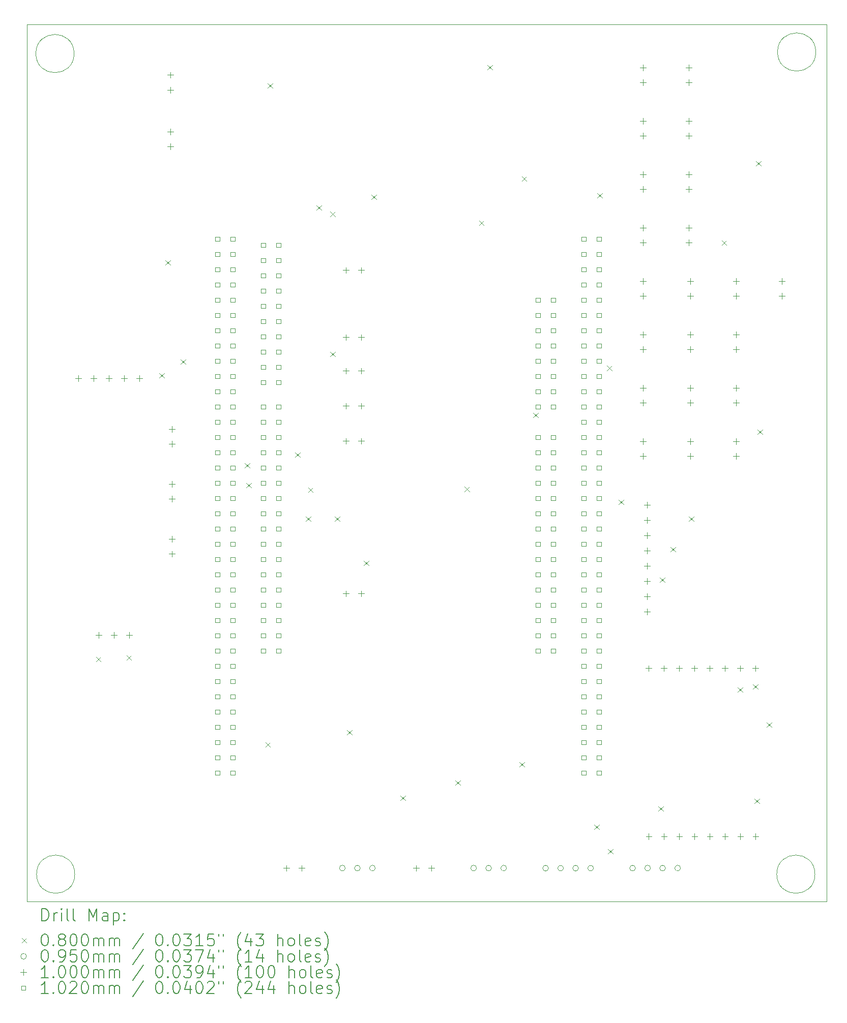
<source format=gbr>
%FSLAX45Y45*%
G04 Gerber Fmt 4.5, Leading zero omitted, Abs format (unit mm)*
G04 Created by KiCad (PCBNEW (6.0.6)) date 2023-03-10 11:55:56*
%MOMM*%
%LPD*%
G01*
G04 APERTURE LIST*
%TA.AperFunction,Profile*%
%ADD10C,0.100000*%
%TD*%
%ADD11C,0.200000*%
%ADD12C,0.080000*%
%ADD13C,0.095000*%
%ADD14C,0.100000*%
%ADD15C,0.102000*%
G04 APERTURE END LIST*
D10*
X3403600Y-16179800D02*
G75*
G03*
X3403600Y-16179800I-318261J0D01*
G01*
X15722600Y-16179800D02*
G75*
G03*
X15722600Y-16179800I-318261J0D01*
G01*
X2604150Y-2033500D02*
X15913750Y-2033500D01*
X15913750Y-2033500D02*
X15913750Y-16638500D01*
X15913750Y-16638500D02*
X2604150Y-16638500D01*
X2604150Y-16638500D02*
X2604150Y-2033500D01*
X15736061Y-2489200D02*
G75*
G03*
X15736061Y-2489200I-318261J0D01*
G01*
X3391661Y-2514600D02*
G75*
G03*
X3391661Y-2514600I-318261J0D01*
G01*
D11*
D12*
X3757950Y-12559900D02*
X3837950Y-12639900D01*
X3837950Y-12559900D02*
X3757950Y-12639900D01*
X4265950Y-12534500D02*
X4345950Y-12614500D01*
X4345950Y-12534500D02*
X4265950Y-12614500D01*
X4811400Y-7834000D02*
X4891400Y-7914000D01*
X4891400Y-7834000D02*
X4811400Y-7914000D01*
X4913000Y-5954400D02*
X4993000Y-6034400D01*
X4993000Y-5954400D02*
X4913000Y-6034400D01*
X5167000Y-7605400D02*
X5247000Y-7685400D01*
X5247000Y-7605400D02*
X5167000Y-7685400D01*
X6233800Y-9332600D02*
X6313800Y-9412600D01*
X6313800Y-9332600D02*
X6233800Y-9412600D01*
X6259200Y-9662800D02*
X6339200Y-9742800D01*
X6339200Y-9662800D02*
X6259200Y-9742800D01*
X6577350Y-13982300D02*
X6657350Y-14062300D01*
X6657350Y-13982300D02*
X6577350Y-14062300D01*
X6614800Y-3008000D02*
X6694800Y-3088000D01*
X6694800Y-3008000D02*
X6614800Y-3088000D01*
X7072000Y-9154800D02*
X7152000Y-9234800D01*
X7152000Y-9154800D02*
X7072000Y-9234800D01*
X7249800Y-10221600D02*
X7329800Y-10301600D01*
X7329800Y-10221600D02*
X7249800Y-10301600D01*
X7288550Y-9740500D02*
X7368550Y-9820500D01*
X7368550Y-9740500D02*
X7288550Y-9820500D01*
X7427600Y-5040000D02*
X7507600Y-5120000D01*
X7507600Y-5040000D02*
X7427600Y-5120000D01*
X7656200Y-5148150D02*
X7736200Y-5228150D01*
X7736200Y-5148150D02*
X7656200Y-5228150D01*
X7656200Y-7478400D02*
X7736200Y-7558400D01*
X7736200Y-7478400D02*
X7656200Y-7558400D01*
X7732400Y-10221600D02*
X7812400Y-10301600D01*
X7812400Y-10221600D02*
X7732400Y-10301600D01*
X7935600Y-13777600D02*
X8015600Y-13857600D01*
X8015600Y-13777600D02*
X7935600Y-13857600D01*
X8215000Y-10958200D02*
X8295000Y-11038200D01*
X8295000Y-10958200D02*
X8215000Y-11038200D01*
X8342000Y-4862200D02*
X8422000Y-4942200D01*
X8422000Y-4862200D02*
X8342000Y-4942200D01*
X8824600Y-14869800D02*
X8904600Y-14949800D01*
X8904600Y-14869800D02*
X8824600Y-14949800D01*
X9739000Y-14615800D02*
X9819000Y-14695800D01*
X9819000Y-14615800D02*
X9739000Y-14695800D01*
X9892050Y-9727800D02*
X9972050Y-9807800D01*
X9972050Y-9727800D02*
X9892050Y-9807800D01*
X10133350Y-5295500D02*
X10213350Y-5375500D01*
X10213350Y-5295500D02*
X10133350Y-5375500D01*
X10272400Y-2703200D02*
X10352400Y-2783200D01*
X10352400Y-2703200D02*
X10272400Y-2783200D01*
X10805800Y-14311000D02*
X10885800Y-14391000D01*
X10885800Y-14311000D02*
X10805800Y-14391000D01*
X10844550Y-4558900D02*
X10924550Y-4638900D01*
X10924550Y-4558900D02*
X10844550Y-4638900D01*
X11034400Y-8494400D02*
X11114400Y-8574400D01*
X11114400Y-8494400D02*
X11034400Y-8574400D01*
X12050400Y-15352400D02*
X12130400Y-15432400D01*
X12130400Y-15352400D02*
X12050400Y-15432400D01*
X12101200Y-4836800D02*
X12181200Y-4916800D01*
X12181200Y-4836800D02*
X12101200Y-4916800D01*
X12261025Y-7714425D02*
X12341025Y-7794425D01*
X12341025Y-7714425D02*
X12261025Y-7794425D01*
X12279000Y-15758800D02*
X12359000Y-15838800D01*
X12359000Y-15758800D02*
X12279000Y-15838800D01*
X12456800Y-9942200D02*
X12536800Y-10022200D01*
X12536800Y-9942200D02*
X12456800Y-10022200D01*
X13117200Y-15047600D02*
X13197200Y-15127600D01*
X13197200Y-15047600D02*
X13117200Y-15127600D01*
X13142600Y-11237600D02*
X13222600Y-11317600D01*
X13222600Y-11237600D02*
X13142600Y-11317600D01*
X13320400Y-10729600D02*
X13400400Y-10809600D01*
X13400400Y-10729600D02*
X13320400Y-10809600D01*
X13625200Y-10221600D02*
X13705200Y-10301600D01*
X13705200Y-10221600D02*
X13625200Y-10301600D01*
X14171950Y-5625700D02*
X14251950Y-5705700D01*
X14251950Y-5625700D02*
X14171950Y-5705700D01*
X14438000Y-13066400D02*
X14518000Y-13146400D01*
X14518000Y-13066400D02*
X14438000Y-13146400D01*
X14692000Y-13015600D02*
X14772000Y-13095600D01*
X14772000Y-13015600D02*
X14692000Y-13095600D01*
X14717400Y-14920600D02*
X14797400Y-15000600D01*
X14797400Y-14920600D02*
X14717400Y-15000600D01*
X14742800Y-4303400D02*
X14822800Y-4383400D01*
X14822800Y-4303400D02*
X14742800Y-4383400D01*
X14768200Y-8773800D02*
X14848200Y-8853800D01*
X14848200Y-8773800D02*
X14768200Y-8853800D01*
X14920600Y-13650600D02*
X15000600Y-13730600D01*
X15000600Y-13650600D02*
X14920600Y-13730600D01*
D13*
X7904100Y-16078200D02*
G75*
G03*
X7904100Y-16078200I-47500J0D01*
G01*
X8154100Y-16078200D02*
G75*
G03*
X8154100Y-16078200I-47500J0D01*
G01*
X8404100Y-16078200D02*
G75*
G03*
X8404100Y-16078200I-47500J0D01*
G01*
X10088500Y-16078200D02*
G75*
G03*
X10088500Y-16078200I-47500J0D01*
G01*
X10338500Y-16078200D02*
G75*
G03*
X10338500Y-16078200I-47500J0D01*
G01*
X10588500Y-16078200D02*
G75*
G03*
X10588500Y-16078200I-47500J0D01*
G01*
X11286300Y-16079700D02*
G75*
G03*
X11286300Y-16079700I-47500J0D01*
G01*
X11536300Y-16079700D02*
G75*
G03*
X11536300Y-16079700I-47500J0D01*
G01*
X11786300Y-16079700D02*
G75*
G03*
X11786300Y-16079700I-47500J0D01*
G01*
X12036300Y-16079700D02*
G75*
G03*
X12036300Y-16079700I-47500J0D01*
G01*
X12734100Y-16078200D02*
G75*
G03*
X12734100Y-16078200I-47500J0D01*
G01*
X12984100Y-16078200D02*
G75*
G03*
X12984100Y-16078200I-47500J0D01*
G01*
X13234100Y-16078200D02*
G75*
G03*
X13234100Y-16078200I-47500J0D01*
G01*
X13484100Y-16078200D02*
G75*
G03*
X13484100Y-16078200I-47500J0D01*
G01*
D14*
X3464750Y-7870300D02*
X3464750Y-7970300D01*
X3414750Y-7920300D02*
X3514750Y-7920300D01*
X3718750Y-7870300D02*
X3718750Y-7970300D01*
X3668750Y-7920300D02*
X3768750Y-7920300D01*
X3800950Y-12149500D02*
X3800950Y-12249500D01*
X3750950Y-12199500D02*
X3850950Y-12199500D01*
X3972750Y-7870300D02*
X3972750Y-7970300D01*
X3922750Y-7920300D02*
X4022750Y-7920300D01*
X4054950Y-12149500D02*
X4054950Y-12249500D01*
X4004950Y-12199500D02*
X4104950Y-12199500D01*
X4226750Y-7870300D02*
X4226750Y-7970300D01*
X4176750Y-7920300D02*
X4276750Y-7920300D01*
X4308950Y-12149500D02*
X4308950Y-12249500D01*
X4258950Y-12199500D02*
X4358950Y-12199500D01*
X4480750Y-7870300D02*
X4480750Y-7970300D01*
X4430750Y-7920300D02*
X4530750Y-7920300D01*
X4991750Y-2821700D02*
X4991750Y-2921700D01*
X4941750Y-2871700D02*
X5041750Y-2871700D01*
X4991750Y-3071700D02*
X4991750Y-3171700D01*
X4941750Y-3121700D02*
X5041750Y-3121700D01*
X4996350Y-3763500D02*
X4996350Y-3863500D01*
X4946350Y-3813500D02*
X5046350Y-3813500D01*
X4996350Y-4013500D02*
X4996350Y-4113500D01*
X4946350Y-4063500D02*
X5046350Y-4063500D01*
X5017150Y-10547300D02*
X5017150Y-10647300D01*
X4967150Y-10597300D02*
X5067150Y-10597300D01*
X5017150Y-10797300D02*
X5017150Y-10897300D01*
X4967150Y-10847300D02*
X5067150Y-10847300D01*
X5021750Y-8716500D02*
X5021750Y-8816500D01*
X4971750Y-8766500D02*
X5071750Y-8766500D01*
X5021750Y-8966500D02*
X5021750Y-9066500D01*
X4971750Y-9016500D02*
X5071750Y-9016500D01*
X5021750Y-9630900D02*
X5021750Y-9730900D01*
X4971750Y-9680900D02*
X5071750Y-9680900D01*
X5021750Y-9880900D02*
X5021750Y-9980900D01*
X4971750Y-9930900D02*
X5071750Y-9930900D01*
X6926150Y-16029700D02*
X6926150Y-16129700D01*
X6876150Y-16079700D02*
X6976150Y-16079700D01*
X7176150Y-16029700D02*
X7176150Y-16129700D01*
X7126150Y-16079700D02*
X7226150Y-16079700D01*
X7912750Y-8333500D02*
X7912750Y-8433500D01*
X7862750Y-8383500D02*
X7962750Y-8383500D01*
X7913250Y-6072900D02*
X7913250Y-6172900D01*
X7863250Y-6122900D02*
X7963250Y-6122900D01*
X7913250Y-7190500D02*
X7913250Y-7290500D01*
X7863250Y-7240500D02*
X7963250Y-7240500D01*
X7913250Y-7749300D02*
X7913250Y-7849300D01*
X7863250Y-7799300D02*
X7963250Y-7799300D01*
X7913250Y-8917700D02*
X7913250Y-9017700D01*
X7863250Y-8967700D02*
X7963250Y-8967700D01*
X7913250Y-11457700D02*
X7913250Y-11557700D01*
X7863250Y-11507700D02*
X7963250Y-11507700D01*
X8166750Y-8333500D02*
X8166750Y-8433500D01*
X8116750Y-8383500D02*
X8216750Y-8383500D01*
X8167250Y-6072900D02*
X8167250Y-6172900D01*
X8117250Y-6122900D02*
X8217250Y-6122900D01*
X8167250Y-7190500D02*
X8167250Y-7290500D01*
X8117250Y-7240500D02*
X8217250Y-7240500D01*
X8167250Y-7749300D02*
X8167250Y-7849300D01*
X8117250Y-7799300D02*
X8217250Y-7799300D01*
X8167250Y-8917700D02*
X8167250Y-9017700D01*
X8117250Y-8967700D02*
X8217250Y-8967700D01*
X8167250Y-11457700D02*
X8167250Y-11557700D01*
X8117250Y-11507700D02*
X8217250Y-11507700D01*
X9085150Y-16029700D02*
X9085150Y-16129700D01*
X9035150Y-16079700D02*
X9135150Y-16079700D01*
X9335150Y-16029700D02*
X9335150Y-16129700D01*
X9285150Y-16079700D02*
X9385150Y-16079700D01*
X12861150Y-2696700D02*
X12861150Y-2796700D01*
X12811150Y-2746700D02*
X12911150Y-2746700D01*
X12861150Y-2946700D02*
X12861150Y-3046700D01*
X12811150Y-2996700D02*
X12911150Y-2996700D01*
X12861150Y-3585700D02*
X12861150Y-3685700D01*
X12811150Y-3635700D02*
X12911150Y-3635700D01*
X12861150Y-3835700D02*
X12861150Y-3935700D01*
X12811150Y-3885700D02*
X12911150Y-3885700D01*
X12861150Y-4474700D02*
X12861150Y-4574700D01*
X12811150Y-4524700D02*
X12911150Y-4524700D01*
X12861150Y-4724700D02*
X12861150Y-4824700D01*
X12811150Y-4774700D02*
X12911150Y-4774700D01*
X12861150Y-5363700D02*
X12861150Y-5463700D01*
X12811150Y-5413700D02*
X12911150Y-5413700D01*
X12861150Y-5613700D02*
X12861150Y-5713700D01*
X12811150Y-5663700D02*
X12911150Y-5663700D01*
X12861150Y-6252700D02*
X12861150Y-6352700D01*
X12811150Y-6302700D02*
X12911150Y-6302700D01*
X12861150Y-6502700D02*
X12861150Y-6602700D01*
X12811150Y-6552700D02*
X12911150Y-6552700D01*
X12861150Y-7141700D02*
X12861150Y-7241700D01*
X12811150Y-7191700D02*
X12911150Y-7191700D01*
X12861150Y-7391700D02*
X12861150Y-7491700D01*
X12811150Y-7441700D02*
X12911150Y-7441700D01*
X12861150Y-8030700D02*
X12861150Y-8130700D01*
X12811150Y-8080700D02*
X12911150Y-8080700D01*
X12861150Y-8280700D02*
X12861150Y-8380700D01*
X12811150Y-8330700D02*
X12911150Y-8330700D01*
X12861150Y-8919700D02*
X12861150Y-9019700D01*
X12811150Y-8969700D02*
X12911150Y-8969700D01*
X12861150Y-9169700D02*
X12861150Y-9269700D01*
X12811150Y-9219700D02*
X12911150Y-9219700D01*
X12928600Y-9983000D02*
X12928600Y-10083000D01*
X12878600Y-10033000D02*
X12978600Y-10033000D01*
X12928600Y-10237000D02*
X12928600Y-10337000D01*
X12878600Y-10287000D02*
X12978600Y-10287000D01*
X12928600Y-10491000D02*
X12928600Y-10591000D01*
X12878600Y-10541000D02*
X12978600Y-10541000D01*
X12928600Y-10745000D02*
X12928600Y-10845000D01*
X12878600Y-10795000D02*
X12978600Y-10795000D01*
X12928600Y-10999000D02*
X12928600Y-11099000D01*
X12878600Y-11049000D02*
X12978600Y-11049000D01*
X12928600Y-11253000D02*
X12928600Y-11353000D01*
X12878600Y-11303000D02*
X12978600Y-11303000D01*
X12928600Y-11507000D02*
X12928600Y-11607000D01*
X12878600Y-11557000D02*
X12978600Y-11557000D01*
X12928600Y-11761000D02*
X12928600Y-11861000D01*
X12878600Y-11811000D02*
X12978600Y-11811000D01*
X12954650Y-12702300D02*
X12954650Y-12802300D01*
X12904650Y-12752300D02*
X13004650Y-12752300D01*
X12957650Y-15502300D02*
X12957650Y-15602300D01*
X12907650Y-15552300D02*
X13007650Y-15552300D01*
X13208650Y-12702300D02*
X13208650Y-12802300D01*
X13158650Y-12752300D02*
X13258650Y-12752300D01*
X13211650Y-15502300D02*
X13211650Y-15602300D01*
X13161650Y-15552300D02*
X13261650Y-15552300D01*
X13462650Y-12702300D02*
X13462650Y-12802300D01*
X13412650Y-12752300D02*
X13512650Y-12752300D01*
X13465650Y-15502300D02*
X13465650Y-15602300D01*
X13415650Y-15552300D02*
X13515650Y-15552300D01*
X13623150Y-2696700D02*
X13623150Y-2796700D01*
X13573150Y-2746700D02*
X13673150Y-2746700D01*
X13623150Y-2946700D02*
X13623150Y-3046700D01*
X13573150Y-2996700D02*
X13673150Y-2996700D01*
X13623150Y-3585700D02*
X13623150Y-3685700D01*
X13573150Y-3635700D02*
X13673150Y-3635700D01*
X13623150Y-3835700D02*
X13623150Y-3935700D01*
X13573150Y-3885700D02*
X13673150Y-3885700D01*
X13623150Y-4474700D02*
X13623150Y-4574700D01*
X13573150Y-4524700D02*
X13673150Y-4524700D01*
X13623150Y-4724700D02*
X13623150Y-4824700D01*
X13573150Y-4774700D02*
X13673150Y-4774700D01*
X13623150Y-5363700D02*
X13623150Y-5463700D01*
X13573150Y-5413700D02*
X13673150Y-5413700D01*
X13623150Y-5613700D02*
X13623150Y-5713700D01*
X13573150Y-5663700D02*
X13673150Y-5663700D01*
X13648550Y-6252700D02*
X13648550Y-6352700D01*
X13598550Y-6302700D02*
X13698550Y-6302700D01*
X13648550Y-6502700D02*
X13648550Y-6602700D01*
X13598550Y-6552700D02*
X13698550Y-6552700D01*
X13648550Y-7141700D02*
X13648550Y-7241700D01*
X13598550Y-7191700D02*
X13698550Y-7191700D01*
X13648550Y-7391700D02*
X13648550Y-7491700D01*
X13598550Y-7441700D02*
X13698550Y-7441700D01*
X13648550Y-8030700D02*
X13648550Y-8130700D01*
X13598550Y-8080700D02*
X13698550Y-8080700D01*
X13648550Y-8280700D02*
X13648550Y-8380700D01*
X13598550Y-8330700D02*
X13698550Y-8330700D01*
X13648550Y-8919700D02*
X13648550Y-9019700D01*
X13598550Y-8969700D02*
X13698550Y-8969700D01*
X13648550Y-9169700D02*
X13648550Y-9269700D01*
X13598550Y-9219700D02*
X13698550Y-9219700D01*
X13716650Y-12702300D02*
X13716650Y-12802300D01*
X13666650Y-12752300D02*
X13766650Y-12752300D01*
X13719650Y-15502300D02*
X13719650Y-15602300D01*
X13669650Y-15552300D02*
X13769650Y-15552300D01*
X13970650Y-12702300D02*
X13970650Y-12802300D01*
X13920650Y-12752300D02*
X14020650Y-12752300D01*
X13973650Y-15502300D02*
X13973650Y-15602300D01*
X13923650Y-15552300D02*
X14023650Y-15552300D01*
X14224650Y-12702300D02*
X14224650Y-12802300D01*
X14174650Y-12752300D02*
X14274650Y-12752300D01*
X14227650Y-15502300D02*
X14227650Y-15602300D01*
X14177650Y-15552300D02*
X14277650Y-15552300D01*
X14410550Y-6252700D02*
X14410550Y-6352700D01*
X14360550Y-6302700D02*
X14460550Y-6302700D01*
X14410550Y-6502700D02*
X14410550Y-6602700D01*
X14360550Y-6552700D02*
X14460550Y-6552700D01*
X14410550Y-7141700D02*
X14410550Y-7241700D01*
X14360550Y-7191700D02*
X14460550Y-7191700D01*
X14410550Y-7391700D02*
X14410550Y-7491700D01*
X14360550Y-7441700D02*
X14460550Y-7441700D01*
X14410550Y-8030700D02*
X14410550Y-8130700D01*
X14360550Y-8080700D02*
X14460550Y-8080700D01*
X14410550Y-8280700D02*
X14410550Y-8380700D01*
X14360550Y-8330700D02*
X14460550Y-8330700D01*
X14410550Y-8919700D02*
X14410550Y-9019700D01*
X14360550Y-8969700D02*
X14460550Y-8969700D01*
X14410550Y-9169700D02*
X14410550Y-9269700D01*
X14360550Y-9219700D02*
X14460550Y-9219700D01*
X14478650Y-12702300D02*
X14478650Y-12802300D01*
X14428650Y-12752300D02*
X14528650Y-12752300D01*
X14481650Y-15502300D02*
X14481650Y-15602300D01*
X14431650Y-15552300D02*
X14531650Y-15552300D01*
X14732650Y-12702300D02*
X14732650Y-12802300D01*
X14682650Y-12752300D02*
X14782650Y-12752300D01*
X14735650Y-15502300D02*
X14735650Y-15602300D01*
X14685650Y-15552300D02*
X14785650Y-15552300D01*
X15172550Y-6252700D02*
X15172550Y-6352700D01*
X15122550Y-6302700D02*
X15222550Y-6302700D01*
X15172550Y-6502700D02*
X15172550Y-6602700D01*
X15122550Y-6552700D02*
X15222550Y-6552700D01*
D15*
X5815213Y-5639763D02*
X5815213Y-5567637D01*
X5743087Y-5567637D01*
X5743087Y-5639763D01*
X5815213Y-5639763D01*
X5815213Y-5893763D02*
X5815213Y-5821637D01*
X5743087Y-5821637D01*
X5743087Y-5893763D01*
X5815213Y-5893763D01*
X5815213Y-6147763D02*
X5815213Y-6075637D01*
X5743087Y-6075637D01*
X5743087Y-6147763D01*
X5815213Y-6147763D01*
X5815213Y-6401763D02*
X5815213Y-6329637D01*
X5743087Y-6329637D01*
X5743087Y-6401763D01*
X5815213Y-6401763D01*
X5815213Y-6655763D02*
X5815213Y-6583637D01*
X5743087Y-6583637D01*
X5743087Y-6655763D01*
X5815213Y-6655763D01*
X5815213Y-6909763D02*
X5815213Y-6837637D01*
X5743087Y-6837637D01*
X5743087Y-6909763D01*
X5815213Y-6909763D01*
X5815213Y-7163763D02*
X5815213Y-7091637D01*
X5743087Y-7091637D01*
X5743087Y-7163763D01*
X5815213Y-7163763D01*
X5815213Y-7417763D02*
X5815213Y-7345637D01*
X5743087Y-7345637D01*
X5743087Y-7417763D01*
X5815213Y-7417763D01*
X5815213Y-7671763D02*
X5815213Y-7599637D01*
X5743087Y-7599637D01*
X5743087Y-7671763D01*
X5815213Y-7671763D01*
X5815213Y-7925763D02*
X5815213Y-7853637D01*
X5743087Y-7853637D01*
X5743087Y-7925763D01*
X5815213Y-7925763D01*
X5815213Y-8179763D02*
X5815213Y-8107637D01*
X5743087Y-8107637D01*
X5743087Y-8179763D01*
X5815213Y-8179763D01*
X5815213Y-8433763D02*
X5815213Y-8361637D01*
X5743087Y-8361637D01*
X5743087Y-8433763D01*
X5815213Y-8433763D01*
X5815213Y-8687763D02*
X5815213Y-8615637D01*
X5743087Y-8615637D01*
X5743087Y-8687763D01*
X5815213Y-8687763D01*
X5815213Y-8941763D02*
X5815213Y-8869637D01*
X5743087Y-8869637D01*
X5743087Y-8941763D01*
X5815213Y-8941763D01*
X5815213Y-9195763D02*
X5815213Y-9123637D01*
X5743087Y-9123637D01*
X5743087Y-9195763D01*
X5815213Y-9195763D01*
X5815213Y-9449763D02*
X5815213Y-9377637D01*
X5743087Y-9377637D01*
X5743087Y-9449763D01*
X5815213Y-9449763D01*
X5815213Y-9703763D02*
X5815213Y-9631637D01*
X5743087Y-9631637D01*
X5743087Y-9703763D01*
X5815213Y-9703763D01*
X5815213Y-9957763D02*
X5815213Y-9885637D01*
X5743087Y-9885637D01*
X5743087Y-9957763D01*
X5815213Y-9957763D01*
X5815213Y-10211763D02*
X5815213Y-10139637D01*
X5743087Y-10139637D01*
X5743087Y-10211763D01*
X5815213Y-10211763D01*
X5815213Y-10465763D02*
X5815213Y-10393637D01*
X5743087Y-10393637D01*
X5743087Y-10465763D01*
X5815213Y-10465763D01*
X5815213Y-10719763D02*
X5815213Y-10647637D01*
X5743087Y-10647637D01*
X5743087Y-10719763D01*
X5815213Y-10719763D01*
X5815213Y-10973763D02*
X5815213Y-10901637D01*
X5743087Y-10901637D01*
X5743087Y-10973763D01*
X5815213Y-10973763D01*
X5815213Y-11227763D02*
X5815213Y-11155637D01*
X5743087Y-11155637D01*
X5743087Y-11227763D01*
X5815213Y-11227763D01*
X5815213Y-11481763D02*
X5815213Y-11409637D01*
X5743087Y-11409637D01*
X5743087Y-11481763D01*
X5815213Y-11481763D01*
X5815213Y-11735763D02*
X5815213Y-11663637D01*
X5743087Y-11663637D01*
X5743087Y-11735763D01*
X5815213Y-11735763D01*
X5815213Y-11989763D02*
X5815213Y-11917637D01*
X5743087Y-11917637D01*
X5743087Y-11989763D01*
X5815213Y-11989763D01*
X5815213Y-12243763D02*
X5815213Y-12171637D01*
X5743087Y-12171637D01*
X5743087Y-12243763D01*
X5815213Y-12243763D01*
X5815213Y-12497763D02*
X5815213Y-12425637D01*
X5743087Y-12425637D01*
X5743087Y-12497763D01*
X5815213Y-12497763D01*
X5815213Y-12751763D02*
X5815213Y-12679637D01*
X5743087Y-12679637D01*
X5743087Y-12751763D01*
X5815213Y-12751763D01*
X5815213Y-13005763D02*
X5815213Y-12933637D01*
X5743087Y-12933637D01*
X5743087Y-13005763D01*
X5815213Y-13005763D01*
X5815213Y-13259763D02*
X5815213Y-13187637D01*
X5743087Y-13187637D01*
X5743087Y-13259763D01*
X5815213Y-13259763D01*
X5815213Y-13513763D02*
X5815213Y-13441637D01*
X5743087Y-13441637D01*
X5743087Y-13513763D01*
X5815213Y-13513763D01*
X5815213Y-13767763D02*
X5815213Y-13695637D01*
X5743087Y-13695637D01*
X5743087Y-13767763D01*
X5815213Y-13767763D01*
X5815213Y-14021763D02*
X5815213Y-13949637D01*
X5743087Y-13949637D01*
X5743087Y-14021763D01*
X5815213Y-14021763D01*
X5815213Y-14275763D02*
X5815213Y-14203637D01*
X5743087Y-14203637D01*
X5743087Y-14275763D01*
X5815213Y-14275763D01*
X5815213Y-14529763D02*
X5815213Y-14457637D01*
X5743087Y-14457637D01*
X5743087Y-14529763D01*
X5815213Y-14529763D01*
X6069213Y-5639763D02*
X6069213Y-5567637D01*
X5997087Y-5567637D01*
X5997087Y-5639763D01*
X6069213Y-5639763D01*
X6069213Y-5893763D02*
X6069213Y-5821637D01*
X5997087Y-5821637D01*
X5997087Y-5893763D01*
X6069213Y-5893763D01*
X6069213Y-6147763D02*
X6069213Y-6075637D01*
X5997087Y-6075637D01*
X5997087Y-6147763D01*
X6069213Y-6147763D01*
X6069213Y-6401763D02*
X6069213Y-6329637D01*
X5997087Y-6329637D01*
X5997087Y-6401763D01*
X6069213Y-6401763D01*
X6069213Y-6655763D02*
X6069213Y-6583637D01*
X5997087Y-6583637D01*
X5997087Y-6655763D01*
X6069213Y-6655763D01*
X6069213Y-6909763D02*
X6069213Y-6837637D01*
X5997087Y-6837637D01*
X5997087Y-6909763D01*
X6069213Y-6909763D01*
X6069213Y-7163763D02*
X6069213Y-7091637D01*
X5997087Y-7091637D01*
X5997087Y-7163763D01*
X6069213Y-7163763D01*
X6069213Y-7417763D02*
X6069213Y-7345637D01*
X5997087Y-7345637D01*
X5997087Y-7417763D01*
X6069213Y-7417763D01*
X6069213Y-7671763D02*
X6069213Y-7599637D01*
X5997087Y-7599637D01*
X5997087Y-7671763D01*
X6069213Y-7671763D01*
X6069213Y-7925763D02*
X6069213Y-7853637D01*
X5997087Y-7853637D01*
X5997087Y-7925763D01*
X6069213Y-7925763D01*
X6069213Y-8179763D02*
X6069213Y-8107637D01*
X5997087Y-8107637D01*
X5997087Y-8179763D01*
X6069213Y-8179763D01*
X6069213Y-8433763D02*
X6069213Y-8361637D01*
X5997087Y-8361637D01*
X5997087Y-8433763D01*
X6069213Y-8433763D01*
X6069213Y-8687763D02*
X6069213Y-8615637D01*
X5997087Y-8615637D01*
X5997087Y-8687763D01*
X6069213Y-8687763D01*
X6069213Y-8941763D02*
X6069213Y-8869637D01*
X5997087Y-8869637D01*
X5997087Y-8941763D01*
X6069213Y-8941763D01*
X6069213Y-9195763D02*
X6069213Y-9123637D01*
X5997087Y-9123637D01*
X5997087Y-9195763D01*
X6069213Y-9195763D01*
X6069213Y-9449763D02*
X6069213Y-9377637D01*
X5997087Y-9377637D01*
X5997087Y-9449763D01*
X6069213Y-9449763D01*
X6069213Y-9703763D02*
X6069213Y-9631637D01*
X5997087Y-9631637D01*
X5997087Y-9703763D01*
X6069213Y-9703763D01*
X6069213Y-9957763D02*
X6069213Y-9885637D01*
X5997087Y-9885637D01*
X5997087Y-9957763D01*
X6069213Y-9957763D01*
X6069213Y-10211763D02*
X6069213Y-10139637D01*
X5997087Y-10139637D01*
X5997087Y-10211763D01*
X6069213Y-10211763D01*
X6069213Y-10465763D02*
X6069213Y-10393637D01*
X5997087Y-10393637D01*
X5997087Y-10465763D01*
X6069213Y-10465763D01*
X6069213Y-10719763D02*
X6069213Y-10647637D01*
X5997087Y-10647637D01*
X5997087Y-10719763D01*
X6069213Y-10719763D01*
X6069213Y-10973763D02*
X6069213Y-10901637D01*
X5997087Y-10901637D01*
X5997087Y-10973763D01*
X6069213Y-10973763D01*
X6069213Y-11227763D02*
X6069213Y-11155637D01*
X5997087Y-11155637D01*
X5997087Y-11227763D01*
X6069213Y-11227763D01*
X6069213Y-11481763D02*
X6069213Y-11409637D01*
X5997087Y-11409637D01*
X5997087Y-11481763D01*
X6069213Y-11481763D01*
X6069213Y-11735763D02*
X6069213Y-11663637D01*
X5997087Y-11663637D01*
X5997087Y-11735763D01*
X6069213Y-11735763D01*
X6069213Y-11989763D02*
X6069213Y-11917637D01*
X5997087Y-11917637D01*
X5997087Y-11989763D01*
X6069213Y-11989763D01*
X6069213Y-12243763D02*
X6069213Y-12171637D01*
X5997087Y-12171637D01*
X5997087Y-12243763D01*
X6069213Y-12243763D01*
X6069213Y-12497763D02*
X6069213Y-12425637D01*
X5997087Y-12425637D01*
X5997087Y-12497763D01*
X6069213Y-12497763D01*
X6069213Y-12751763D02*
X6069213Y-12679637D01*
X5997087Y-12679637D01*
X5997087Y-12751763D01*
X6069213Y-12751763D01*
X6069213Y-13005763D02*
X6069213Y-12933637D01*
X5997087Y-12933637D01*
X5997087Y-13005763D01*
X6069213Y-13005763D01*
X6069213Y-13259763D02*
X6069213Y-13187637D01*
X5997087Y-13187637D01*
X5997087Y-13259763D01*
X6069213Y-13259763D01*
X6069213Y-13513763D02*
X6069213Y-13441637D01*
X5997087Y-13441637D01*
X5997087Y-13513763D01*
X6069213Y-13513763D01*
X6069213Y-13767763D02*
X6069213Y-13695637D01*
X5997087Y-13695637D01*
X5997087Y-13767763D01*
X6069213Y-13767763D01*
X6069213Y-14021763D02*
X6069213Y-13949637D01*
X5997087Y-13949637D01*
X5997087Y-14021763D01*
X6069213Y-14021763D01*
X6069213Y-14275763D02*
X6069213Y-14203637D01*
X5997087Y-14203637D01*
X5997087Y-14275763D01*
X6069213Y-14275763D01*
X6069213Y-14529763D02*
X6069213Y-14457637D01*
X5997087Y-14457637D01*
X5997087Y-14529763D01*
X6069213Y-14529763D01*
X6577213Y-5739363D02*
X6577213Y-5667237D01*
X6505087Y-5667237D01*
X6505087Y-5739363D01*
X6577213Y-5739363D01*
X6577213Y-5993363D02*
X6577213Y-5921237D01*
X6505087Y-5921237D01*
X6505087Y-5993363D01*
X6577213Y-5993363D01*
X6577213Y-6247363D02*
X6577213Y-6175237D01*
X6505087Y-6175237D01*
X6505087Y-6247363D01*
X6577213Y-6247363D01*
X6577213Y-6501363D02*
X6577213Y-6429237D01*
X6505087Y-6429237D01*
X6505087Y-6501363D01*
X6577213Y-6501363D01*
X6577213Y-6755363D02*
X6577213Y-6683237D01*
X6505087Y-6683237D01*
X6505087Y-6755363D01*
X6577213Y-6755363D01*
X6577213Y-7009363D02*
X6577213Y-6937237D01*
X6505087Y-6937237D01*
X6505087Y-7009363D01*
X6577213Y-7009363D01*
X6577213Y-7263363D02*
X6577213Y-7191237D01*
X6505087Y-7191237D01*
X6505087Y-7263363D01*
X6577213Y-7263363D01*
X6577213Y-7517363D02*
X6577213Y-7445237D01*
X6505087Y-7445237D01*
X6505087Y-7517363D01*
X6577213Y-7517363D01*
X6577213Y-7771363D02*
X6577213Y-7699237D01*
X6505087Y-7699237D01*
X6505087Y-7771363D01*
X6577213Y-7771363D01*
X6577213Y-8025363D02*
X6577213Y-7953237D01*
X6505087Y-7953237D01*
X6505087Y-8025363D01*
X6577213Y-8025363D01*
X6577213Y-8431763D02*
X6577213Y-8359637D01*
X6505087Y-8359637D01*
X6505087Y-8431763D01*
X6577213Y-8431763D01*
X6577213Y-8685763D02*
X6577213Y-8613637D01*
X6505087Y-8613637D01*
X6505087Y-8685763D01*
X6577213Y-8685763D01*
X6577213Y-8939763D02*
X6577213Y-8867637D01*
X6505087Y-8867637D01*
X6505087Y-8939763D01*
X6577213Y-8939763D01*
X6577213Y-9193763D02*
X6577213Y-9121637D01*
X6505087Y-9121637D01*
X6505087Y-9193763D01*
X6577213Y-9193763D01*
X6577213Y-9447763D02*
X6577213Y-9375637D01*
X6505087Y-9375637D01*
X6505087Y-9447763D01*
X6577213Y-9447763D01*
X6577213Y-9701763D02*
X6577213Y-9629637D01*
X6505087Y-9629637D01*
X6505087Y-9701763D01*
X6577213Y-9701763D01*
X6577213Y-9955763D02*
X6577213Y-9883637D01*
X6505087Y-9883637D01*
X6505087Y-9955763D01*
X6577213Y-9955763D01*
X6577213Y-10209763D02*
X6577213Y-10137637D01*
X6505087Y-10137637D01*
X6505087Y-10209763D01*
X6577213Y-10209763D01*
X6577213Y-10463763D02*
X6577213Y-10391637D01*
X6505087Y-10391637D01*
X6505087Y-10463763D01*
X6577213Y-10463763D01*
X6577213Y-10717763D02*
X6577213Y-10645637D01*
X6505087Y-10645637D01*
X6505087Y-10717763D01*
X6577213Y-10717763D01*
X6577213Y-10971763D02*
X6577213Y-10899637D01*
X6505087Y-10899637D01*
X6505087Y-10971763D01*
X6577213Y-10971763D01*
X6577213Y-11225763D02*
X6577213Y-11153637D01*
X6505087Y-11153637D01*
X6505087Y-11225763D01*
X6577213Y-11225763D01*
X6577213Y-11479763D02*
X6577213Y-11407637D01*
X6505087Y-11407637D01*
X6505087Y-11479763D01*
X6577213Y-11479763D01*
X6577213Y-11733763D02*
X6577213Y-11661637D01*
X6505087Y-11661637D01*
X6505087Y-11733763D01*
X6577213Y-11733763D01*
X6577213Y-11987763D02*
X6577213Y-11915637D01*
X6505087Y-11915637D01*
X6505087Y-11987763D01*
X6577213Y-11987763D01*
X6577213Y-12241763D02*
X6577213Y-12169637D01*
X6505087Y-12169637D01*
X6505087Y-12241763D01*
X6577213Y-12241763D01*
X6577213Y-12495763D02*
X6577213Y-12423637D01*
X6505087Y-12423637D01*
X6505087Y-12495763D01*
X6577213Y-12495763D01*
X6831213Y-5739363D02*
X6831213Y-5667237D01*
X6759087Y-5667237D01*
X6759087Y-5739363D01*
X6831213Y-5739363D01*
X6831213Y-5993363D02*
X6831213Y-5921237D01*
X6759087Y-5921237D01*
X6759087Y-5993363D01*
X6831213Y-5993363D01*
X6831213Y-6247363D02*
X6831213Y-6175237D01*
X6759087Y-6175237D01*
X6759087Y-6247363D01*
X6831213Y-6247363D01*
X6831213Y-6501363D02*
X6831213Y-6429237D01*
X6759087Y-6429237D01*
X6759087Y-6501363D01*
X6831213Y-6501363D01*
X6831213Y-6755363D02*
X6831213Y-6683237D01*
X6759087Y-6683237D01*
X6759087Y-6755363D01*
X6831213Y-6755363D01*
X6831213Y-7009363D02*
X6831213Y-6937237D01*
X6759087Y-6937237D01*
X6759087Y-7009363D01*
X6831213Y-7009363D01*
X6831213Y-7263363D02*
X6831213Y-7191237D01*
X6759087Y-7191237D01*
X6759087Y-7263363D01*
X6831213Y-7263363D01*
X6831213Y-7517363D02*
X6831213Y-7445237D01*
X6759087Y-7445237D01*
X6759087Y-7517363D01*
X6831213Y-7517363D01*
X6831213Y-7771363D02*
X6831213Y-7699237D01*
X6759087Y-7699237D01*
X6759087Y-7771363D01*
X6831213Y-7771363D01*
X6831213Y-8025363D02*
X6831213Y-7953237D01*
X6759087Y-7953237D01*
X6759087Y-8025363D01*
X6831213Y-8025363D01*
X6831213Y-8431763D02*
X6831213Y-8359637D01*
X6759087Y-8359637D01*
X6759087Y-8431763D01*
X6831213Y-8431763D01*
X6831213Y-8685763D02*
X6831213Y-8613637D01*
X6759087Y-8613637D01*
X6759087Y-8685763D01*
X6831213Y-8685763D01*
X6831213Y-8939763D02*
X6831213Y-8867637D01*
X6759087Y-8867637D01*
X6759087Y-8939763D01*
X6831213Y-8939763D01*
X6831213Y-9193763D02*
X6831213Y-9121637D01*
X6759087Y-9121637D01*
X6759087Y-9193763D01*
X6831213Y-9193763D01*
X6831213Y-9447763D02*
X6831213Y-9375637D01*
X6759087Y-9375637D01*
X6759087Y-9447763D01*
X6831213Y-9447763D01*
X6831213Y-9701763D02*
X6831213Y-9629637D01*
X6759087Y-9629637D01*
X6759087Y-9701763D01*
X6831213Y-9701763D01*
X6831213Y-9955763D02*
X6831213Y-9883637D01*
X6759087Y-9883637D01*
X6759087Y-9955763D01*
X6831213Y-9955763D01*
X6831213Y-10209763D02*
X6831213Y-10137637D01*
X6759087Y-10137637D01*
X6759087Y-10209763D01*
X6831213Y-10209763D01*
X6831213Y-10463763D02*
X6831213Y-10391637D01*
X6759087Y-10391637D01*
X6759087Y-10463763D01*
X6831213Y-10463763D01*
X6831213Y-10717763D02*
X6831213Y-10645637D01*
X6759087Y-10645637D01*
X6759087Y-10717763D01*
X6831213Y-10717763D01*
X6831213Y-10971763D02*
X6831213Y-10899637D01*
X6759087Y-10899637D01*
X6759087Y-10971763D01*
X6831213Y-10971763D01*
X6831213Y-11225763D02*
X6831213Y-11153637D01*
X6759087Y-11153637D01*
X6759087Y-11225763D01*
X6831213Y-11225763D01*
X6831213Y-11479763D02*
X6831213Y-11407637D01*
X6759087Y-11407637D01*
X6759087Y-11479763D01*
X6831213Y-11479763D01*
X6831213Y-11733763D02*
X6831213Y-11661637D01*
X6759087Y-11661637D01*
X6759087Y-11733763D01*
X6831213Y-11733763D01*
X6831213Y-11987763D02*
X6831213Y-11915637D01*
X6759087Y-11915637D01*
X6759087Y-11987763D01*
X6831213Y-11987763D01*
X6831213Y-12241763D02*
X6831213Y-12169637D01*
X6759087Y-12169637D01*
X6759087Y-12241763D01*
X6831213Y-12241763D01*
X6831213Y-12495763D02*
X6831213Y-12423637D01*
X6759087Y-12423637D01*
X6759087Y-12495763D01*
X6831213Y-12495763D01*
X11149213Y-6653763D02*
X11149213Y-6581637D01*
X11077087Y-6581637D01*
X11077087Y-6653763D01*
X11149213Y-6653763D01*
X11149213Y-6907763D02*
X11149213Y-6835637D01*
X11077087Y-6835637D01*
X11077087Y-6907763D01*
X11149213Y-6907763D01*
X11149213Y-7161763D02*
X11149213Y-7089637D01*
X11077087Y-7089637D01*
X11077087Y-7161763D01*
X11149213Y-7161763D01*
X11149213Y-7415763D02*
X11149213Y-7343637D01*
X11077087Y-7343637D01*
X11077087Y-7415763D01*
X11149213Y-7415763D01*
X11149213Y-7669763D02*
X11149213Y-7597637D01*
X11077087Y-7597637D01*
X11077087Y-7669763D01*
X11149213Y-7669763D01*
X11149213Y-7923763D02*
X11149213Y-7851637D01*
X11077087Y-7851637D01*
X11077087Y-7923763D01*
X11149213Y-7923763D01*
X11149213Y-8177763D02*
X11149213Y-8105637D01*
X11077087Y-8105637D01*
X11077087Y-8177763D01*
X11149213Y-8177763D01*
X11149213Y-8431763D02*
X11149213Y-8359637D01*
X11077087Y-8359637D01*
X11077087Y-8431763D01*
X11149213Y-8431763D01*
X11149213Y-8939763D02*
X11149213Y-8867637D01*
X11077087Y-8867637D01*
X11077087Y-8939763D01*
X11149213Y-8939763D01*
X11149213Y-9193763D02*
X11149213Y-9121637D01*
X11077087Y-9121637D01*
X11077087Y-9193763D01*
X11149213Y-9193763D01*
X11149213Y-9447763D02*
X11149213Y-9375637D01*
X11077087Y-9375637D01*
X11077087Y-9447763D01*
X11149213Y-9447763D01*
X11149213Y-9701763D02*
X11149213Y-9629637D01*
X11077087Y-9629637D01*
X11077087Y-9701763D01*
X11149213Y-9701763D01*
X11149213Y-9955763D02*
X11149213Y-9883637D01*
X11077087Y-9883637D01*
X11077087Y-9955763D01*
X11149213Y-9955763D01*
X11149213Y-10209763D02*
X11149213Y-10137637D01*
X11077087Y-10137637D01*
X11077087Y-10209763D01*
X11149213Y-10209763D01*
X11149213Y-10463763D02*
X11149213Y-10391637D01*
X11077087Y-10391637D01*
X11077087Y-10463763D01*
X11149213Y-10463763D01*
X11149213Y-10717763D02*
X11149213Y-10645637D01*
X11077087Y-10645637D01*
X11077087Y-10717763D01*
X11149213Y-10717763D01*
X11149213Y-10971763D02*
X11149213Y-10899637D01*
X11077087Y-10899637D01*
X11077087Y-10971763D01*
X11149213Y-10971763D01*
X11149213Y-11225763D02*
X11149213Y-11153637D01*
X11077087Y-11153637D01*
X11077087Y-11225763D01*
X11149213Y-11225763D01*
X11149213Y-11479763D02*
X11149213Y-11407637D01*
X11077087Y-11407637D01*
X11077087Y-11479763D01*
X11149213Y-11479763D01*
X11149213Y-11733763D02*
X11149213Y-11661637D01*
X11077087Y-11661637D01*
X11077087Y-11733763D01*
X11149213Y-11733763D01*
X11149213Y-11987763D02*
X11149213Y-11915637D01*
X11077087Y-11915637D01*
X11077087Y-11987763D01*
X11149213Y-11987763D01*
X11149213Y-12241763D02*
X11149213Y-12169637D01*
X11077087Y-12169637D01*
X11077087Y-12241763D01*
X11149213Y-12241763D01*
X11149213Y-12495763D02*
X11149213Y-12423637D01*
X11077087Y-12423637D01*
X11077087Y-12495763D01*
X11149213Y-12495763D01*
X11403213Y-6653763D02*
X11403213Y-6581637D01*
X11331087Y-6581637D01*
X11331087Y-6653763D01*
X11403213Y-6653763D01*
X11403213Y-6907763D02*
X11403213Y-6835637D01*
X11331087Y-6835637D01*
X11331087Y-6907763D01*
X11403213Y-6907763D01*
X11403213Y-7161763D02*
X11403213Y-7089637D01*
X11331087Y-7089637D01*
X11331087Y-7161763D01*
X11403213Y-7161763D01*
X11403213Y-7415763D02*
X11403213Y-7343637D01*
X11331087Y-7343637D01*
X11331087Y-7415763D01*
X11403213Y-7415763D01*
X11403213Y-7669763D02*
X11403213Y-7597637D01*
X11331087Y-7597637D01*
X11331087Y-7669763D01*
X11403213Y-7669763D01*
X11403213Y-7923763D02*
X11403213Y-7851637D01*
X11331087Y-7851637D01*
X11331087Y-7923763D01*
X11403213Y-7923763D01*
X11403213Y-8177763D02*
X11403213Y-8105637D01*
X11331087Y-8105637D01*
X11331087Y-8177763D01*
X11403213Y-8177763D01*
X11403213Y-8431763D02*
X11403213Y-8359637D01*
X11331087Y-8359637D01*
X11331087Y-8431763D01*
X11403213Y-8431763D01*
X11403213Y-8939763D02*
X11403213Y-8867637D01*
X11331087Y-8867637D01*
X11331087Y-8939763D01*
X11403213Y-8939763D01*
X11403213Y-9193763D02*
X11403213Y-9121637D01*
X11331087Y-9121637D01*
X11331087Y-9193763D01*
X11403213Y-9193763D01*
X11403213Y-9447763D02*
X11403213Y-9375637D01*
X11331087Y-9375637D01*
X11331087Y-9447763D01*
X11403213Y-9447763D01*
X11403213Y-9701763D02*
X11403213Y-9629637D01*
X11331087Y-9629637D01*
X11331087Y-9701763D01*
X11403213Y-9701763D01*
X11403213Y-9955763D02*
X11403213Y-9883637D01*
X11331087Y-9883637D01*
X11331087Y-9955763D01*
X11403213Y-9955763D01*
X11403213Y-10209763D02*
X11403213Y-10137637D01*
X11331087Y-10137637D01*
X11331087Y-10209763D01*
X11403213Y-10209763D01*
X11403213Y-10463763D02*
X11403213Y-10391637D01*
X11331087Y-10391637D01*
X11331087Y-10463763D01*
X11403213Y-10463763D01*
X11403213Y-10717763D02*
X11403213Y-10645637D01*
X11331087Y-10645637D01*
X11331087Y-10717763D01*
X11403213Y-10717763D01*
X11403213Y-10971763D02*
X11403213Y-10899637D01*
X11331087Y-10899637D01*
X11331087Y-10971763D01*
X11403213Y-10971763D01*
X11403213Y-11225763D02*
X11403213Y-11153637D01*
X11331087Y-11153637D01*
X11331087Y-11225763D01*
X11403213Y-11225763D01*
X11403213Y-11479763D02*
X11403213Y-11407637D01*
X11331087Y-11407637D01*
X11331087Y-11479763D01*
X11403213Y-11479763D01*
X11403213Y-11733763D02*
X11403213Y-11661637D01*
X11331087Y-11661637D01*
X11331087Y-11733763D01*
X11403213Y-11733763D01*
X11403213Y-11987763D02*
X11403213Y-11915637D01*
X11331087Y-11915637D01*
X11331087Y-11987763D01*
X11403213Y-11987763D01*
X11403213Y-12241763D02*
X11403213Y-12169637D01*
X11331087Y-12169637D01*
X11331087Y-12241763D01*
X11403213Y-12241763D01*
X11403213Y-12495763D02*
X11403213Y-12423637D01*
X11331087Y-12423637D01*
X11331087Y-12495763D01*
X11403213Y-12495763D01*
X11911213Y-5637763D02*
X11911213Y-5565637D01*
X11839087Y-5565637D01*
X11839087Y-5637763D01*
X11911213Y-5637763D01*
X11911213Y-5891763D02*
X11911213Y-5819637D01*
X11839087Y-5819637D01*
X11839087Y-5891763D01*
X11911213Y-5891763D01*
X11911213Y-6145763D02*
X11911213Y-6073637D01*
X11839087Y-6073637D01*
X11839087Y-6145763D01*
X11911213Y-6145763D01*
X11911213Y-6399763D02*
X11911213Y-6327637D01*
X11839087Y-6327637D01*
X11839087Y-6399763D01*
X11911213Y-6399763D01*
X11911213Y-6653763D02*
X11911213Y-6581637D01*
X11839087Y-6581637D01*
X11839087Y-6653763D01*
X11911213Y-6653763D01*
X11911213Y-6907763D02*
X11911213Y-6835637D01*
X11839087Y-6835637D01*
X11839087Y-6907763D01*
X11911213Y-6907763D01*
X11911213Y-7161763D02*
X11911213Y-7089637D01*
X11839087Y-7089637D01*
X11839087Y-7161763D01*
X11911213Y-7161763D01*
X11911213Y-7415763D02*
X11911213Y-7343637D01*
X11839087Y-7343637D01*
X11839087Y-7415763D01*
X11911213Y-7415763D01*
X11911213Y-7669763D02*
X11911213Y-7597637D01*
X11839087Y-7597637D01*
X11839087Y-7669763D01*
X11911213Y-7669763D01*
X11911213Y-7923763D02*
X11911213Y-7851637D01*
X11839087Y-7851637D01*
X11839087Y-7923763D01*
X11911213Y-7923763D01*
X11911213Y-8177763D02*
X11911213Y-8105637D01*
X11839087Y-8105637D01*
X11839087Y-8177763D01*
X11911213Y-8177763D01*
X11911213Y-8431763D02*
X11911213Y-8359637D01*
X11839087Y-8359637D01*
X11839087Y-8431763D01*
X11911213Y-8431763D01*
X11911213Y-8685763D02*
X11911213Y-8613637D01*
X11839087Y-8613637D01*
X11839087Y-8685763D01*
X11911213Y-8685763D01*
X11911213Y-8939763D02*
X11911213Y-8867637D01*
X11839087Y-8867637D01*
X11839087Y-8939763D01*
X11911213Y-8939763D01*
X11911213Y-9193763D02*
X11911213Y-9121637D01*
X11839087Y-9121637D01*
X11839087Y-9193763D01*
X11911213Y-9193763D01*
X11911213Y-9447763D02*
X11911213Y-9375637D01*
X11839087Y-9375637D01*
X11839087Y-9447763D01*
X11911213Y-9447763D01*
X11911213Y-9701763D02*
X11911213Y-9629637D01*
X11839087Y-9629637D01*
X11839087Y-9701763D01*
X11911213Y-9701763D01*
X11911213Y-9955763D02*
X11911213Y-9883637D01*
X11839087Y-9883637D01*
X11839087Y-9955763D01*
X11911213Y-9955763D01*
X11911213Y-10209763D02*
X11911213Y-10137637D01*
X11839087Y-10137637D01*
X11839087Y-10209763D01*
X11911213Y-10209763D01*
X11911213Y-10463763D02*
X11911213Y-10391637D01*
X11839087Y-10391637D01*
X11839087Y-10463763D01*
X11911213Y-10463763D01*
X11911213Y-10717763D02*
X11911213Y-10645637D01*
X11839087Y-10645637D01*
X11839087Y-10717763D01*
X11911213Y-10717763D01*
X11911213Y-10971763D02*
X11911213Y-10899637D01*
X11839087Y-10899637D01*
X11839087Y-10971763D01*
X11911213Y-10971763D01*
X11911213Y-11225763D02*
X11911213Y-11153637D01*
X11839087Y-11153637D01*
X11839087Y-11225763D01*
X11911213Y-11225763D01*
X11911213Y-11479763D02*
X11911213Y-11407637D01*
X11839087Y-11407637D01*
X11839087Y-11479763D01*
X11911213Y-11479763D01*
X11911213Y-11733763D02*
X11911213Y-11661637D01*
X11839087Y-11661637D01*
X11839087Y-11733763D01*
X11911213Y-11733763D01*
X11911213Y-11987763D02*
X11911213Y-11915637D01*
X11839087Y-11915637D01*
X11839087Y-11987763D01*
X11911213Y-11987763D01*
X11911213Y-12241763D02*
X11911213Y-12169637D01*
X11839087Y-12169637D01*
X11839087Y-12241763D01*
X11911213Y-12241763D01*
X11911213Y-12495763D02*
X11911213Y-12423637D01*
X11839087Y-12423637D01*
X11839087Y-12495763D01*
X11911213Y-12495763D01*
X11911213Y-12749763D02*
X11911213Y-12677637D01*
X11839087Y-12677637D01*
X11839087Y-12749763D01*
X11911213Y-12749763D01*
X11911213Y-13003763D02*
X11911213Y-12931637D01*
X11839087Y-12931637D01*
X11839087Y-13003763D01*
X11911213Y-13003763D01*
X11911213Y-13257763D02*
X11911213Y-13185637D01*
X11839087Y-13185637D01*
X11839087Y-13257763D01*
X11911213Y-13257763D01*
X11911213Y-13511763D02*
X11911213Y-13439637D01*
X11839087Y-13439637D01*
X11839087Y-13511763D01*
X11911213Y-13511763D01*
X11911213Y-13765763D02*
X11911213Y-13693637D01*
X11839087Y-13693637D01*
X11839087Y-13765763D01*
X11911213Y-13765763D01*
X11911213Y-14019763D02*
X11911213Y-13947637D01*
X11839087Y-13947637D01*
X11839087Y-14019763D01*
X11911213Y-14019763D01*
X11911213Y-14273763D02*
X11911213Y-14201637D01*
X11839087Y-14201637D01*
X11839087Y-14273763D01*
X11911213Y-14273763D01*
X11911213Y-14527763D02*
X11911213Y-14455637D01*
X11839087Y-14455637D01*
X11839087Y-14527763D01*
X11911213Y-14527763D01*
X12165213Y-5637763D02*
X12165213Y-5565637D01*
X12093087Y-5565637D01*
X12093087Y-5637763D01*
X12165213Y-5637763D01*
X12165213Y-5891763D02*
X12165213Y-5819637D01*
X12093087Y-5819637D01*
X12093087Y-5891763D01*
X12165213Y-5891763D01*
X12165213Y-6145763D02*
X12165213Y-6073637D01*
X12093087Y-6073637D01*
X12093087Y-6145763D01*
X12165213Y-6145763D01*
X12165213Y-6399763D02*
X12165213Y-6327637D01*
X12093087Y-6327637D01*
X12093087Y-6399763D01*
X12165213Y-6399763D01*
X12165213Y-6653763D02*
X12165213Y-6581637D01*
X12093087Y-6581637D01*
X12093087Y-6653763D01*
X12165213Y-6653763D01*
X12165213Y-6907763D02*
X12165213Y-6835637D01*
X12093087Y-6835637D01*
X12093087Y-6907763D01*
X12165213Y-6907763D01*
X12165213Y-7161763D02*
X12165213Y-7089637D01*
X12093087Y-7089637D01*
X12093087Y-7161763D01*
X12165213Y-7161763D01*
X12165213Y-7415763D02*
X12165213Y-7343637D01*
X12093087Y-7343637D01*
X12093087Y-7415763D01*
X12165213Y-7415763D01*
X12165213Y-7669763D02*
X12165213Y-7597637D01*
X12093087Y-7597637D01*
X12093087Y-7669763D01*
X12165213Y-7669763D01*
X12165213Y-7923763D02*
X12165213Y-7851637D01*
X12093087Y-7851637D01*
X12093087Y-7923763D01*
X12165213Y-7923763D01*
X12165213Y-8177763D02*
X12165213Y-8105637D01*
X12093087Y-8105637D01*
X12093087Y-8177763D01*
X12165213Y-8177763D01*
X12165213Y-8431763D02*
X12165213Y-8359637D01*
X12093087Y-8359637D01*
X12093087Y-8431763D01*
X12165213Y-8431763D01*
X12165213Y-8685763D02*
X12165213Y-8613637D01*
X12093087Y-8613637D01*
X12093087Y-8685763D01*
X12165213Y-8685763D01*
X12165213Y-8939763D02*
X12165213Y-8867637D01*
X12093087Y-8867637D01*
X12093087Y-8939763D01*
X12165213Y-8939763D01*
X12165213Y-9193763D02*
X12165213Y-9121637D01*
X12093087Y-9121637D01*
X12093087Y-9193763D01*
X12165213Y-9193763D01*
X12165213Y-9447763D02*
X12165213Y-9375637D01*
X12093087Y-9375637D01*
X12093087Y-9447763D01*
X12165213Y-9447763D01*
X12165213Y-9701763D02*
X12165213Y-9629637D01*
X12093087Y-9629637D01*
X12093087Y-9701763D01*
X12165213Y-9701763D01*
X12165213Y-9955763D02*
X12165213Y-9883637D01*
X12093087Y-9883637D01*
X12093087Y-9955763D01*
X12165213Y-9955763D01*
X12165213Y-10209763D02*
X12165213Y-10137637D01*
X12093087Y-10137637D01*
X12093087Y-10209763D01*
X12165213Y-10209763D01*
X12165213Y-10463763D02*
X12165213Y-10391637D01*
X12093087Y-10391637D01*
X12093087Y-10463763D01*
X12165213Y-10463763D01*
X12165213Y-10717763D02*
X12165213Y-10645637D01*
X12093087Y-10645637D01*
X12093087Y-10717763D01*
X12165213Y-10717763D01*
X12165213Y-10971763D02*
X12165213Y-10899637D01*
X12093087Y-10899637D01*
X12093087Y-10971763D01*
X12165213Y-10971763D01*
X12165213Y-11225763D02*
X12165213Y-11153637D01*
X12093087Y-11153637D01*
X12093087Y-11225763D01*
X12165213Y-11225763D01*
X12165213Y-11479763D02*
X12165213Y-11407637D01*
X12093087Y-11407637D01*
X12093087Y-11479763D01*
X12165213Y-11479763D01*
X12165213Y-11733763D02*
X12165213Y-11661637D01*
X12093087Y-11661637D01*
X12093087Y-11733763D01*
X12165213Y-11733763D01*
X12165213Y-11987763D02*
X12165213Y-11915637D01*
X12093087Y-11915637D01*
X12093087Y-11987763D01*
X12165213Y-11987763D01*
X12165213Y-12241763D02*
X12165213Y-12169637D01*
X12093087Y-12169637D01*
X12093087Y-12241763D01*
X12165213Y-12241763D01*
X12165213Y-12495763D02*
X12165213Y-12423637D01*
X12093087Y-12423637D01*
X12093087Y-12495763D01*
X12165213Y-12495763D01*
X12165213Y-12749763D02*
X12165213Y-12677637D01*
X12093087Y-12677637D01*
X12093087Y-12749763D01*
X12165213Y-12749763D01*
X12165213Y-13003763D02*
X12165213Y-12931637D01*
X12093087Y-12931637D01*
X12093087Y-13003763D01*
X12165213Y-13003763D01*
X12165213Y-13257763D02*
X12165213Y-13185637D01*
X12093087Y-13185637D01*
X12093087Y-13257763D01*
X12165213Y-13257763D01*
X12165213Y-13511763D02*
X12165213Y-13439637D01*
X12093087Y-13439637D01*
X12093087Y-13511763D01*
X12165213Y-13511763D01*
X12165213Y-13765763D02*
X12165213Y-13693637D01*
X12093087Y-13693637D01*
X12093087Y-13765763D01*
X12165213Y-13765763D01*
X12165213Y-14019763D02*
X12165213Y-13947637D01*
X12093087Y-13947637D01*
X12093087Y-14019763D01*
X12165213Y-14019763D01*
X12165213Y-14273763D02*
X12165213Y-14201637D01*
X12093087Y-14201637D01*
X12093087Y-14273763D01*
X12165213Y-14273763D01*
X12165213Y-14527763D02*
X12165213Y-14455637D01*
X12093087Y-14455637D01*
X12093087Y-14527763D01*
X12165213Y-14527763D01*
D11*
X2856769Y-16953976D02*
X2856769Y-16753976D01*
X2904388Y-16753976D01*
X2932959Y-16763500D01*
X2952007Y-16782548D01*
X2961531Y-16801595D01*
X2971055Y-16839690D01*
X2971055Y-16868262D01*
X2961531Y-16906357D01*
X2952007Y-16925405D01*
X2932959Y-16944452D01*
X2904388Y-16953976D01*
X2856769Y-16953976D01*
X3056769Y-16953976D02*
X3056769Y-16820643D01*
X3056769Y-16858738D02*
X3066293Y-16839690D01*
X3075817Y-16830167D01*
X3094864Y-16820643D01*
X3113912Y-16820643D01*
X3180578Y-16953976D02*
X3180578Y-16820643D01*
X3180578Y-16753976D02*
X3171055Y-16763500D01*
X3180578Y-16773024D01*
X3190102Y-16763500D01*
X3180578Y-16753976D01*
X3180578Y-16773024D01*
X3304388Y-16953976D02*
X3285340Y-16944452D01*
X3275817Y-16925405D01*
X3275817Y-16753976D01*
X3409150Y-16953976D02*
X3390102Y-16944452D01*
X3380578Y-16925405D01*
X3380578Y-16753976D01*
X3637721Y-16953976D02*
X3637721Y-16753976D01*
X3704388Y-16896833D01*
X3771055Y-16753976D01*
X3771055Y-16953976D01*
X3952007Y-16953976D02*
X3952007Y-16849214D01*
X3942483Y-16830167D01*
X3923436Y-16820643D01*
X3885340Y-16820643D01*
X3866293Y-16830167D01*
X3952007Y-16944452D02*
X3932959Y-16953976D01*
X3885340Y-16953976D01*
X3866293Y-16944452D01*
X3856769Y-16925405D01*
X3856769Y-16906357D01*
X3866293Y-16887310D01*
X3885340Y-16877786D01*
X3932959Y-16877786D01*
X3952007Y-16868262D01*
X4047245Y-16820643D02*
X4047245Y-17020643D01*
X4047245Y-16830167D02*
X4066293Y-16820643D01*
X4104388Y-16820643D01*
X4123436Y-16830167D01*
X4132959Y-16839690D01*
X4142483Y-16858738D01*
X4142483Y-16915881D01*
X4132959Y-16934929D01*
X4123436Y-16944452D01*
X4104388Y-16953976D01*
X4066293Y-16953976D01*
X4047245Y-16944452D01*
X4228198Y-16934929D02*
X4237721Y-16944452D01*
X4228198Y-16953976D01*
X4218674Y-16944452D01*
X4228198Y-16934929D01*
X4228198Y-16953976D01*
X4228198Y-16830167D02*
X4237721Y-16839690D01*
X4228198Y-16849214D01*
X4218674Y-16839690D01*
X4228198Y-16830167D01*
X4228198Y-16849214D01*
D12*
X2519150Y-17243500D02*
X2599150Y-17323500D01*
X2599150Y-17243500D02*
X2519150Y-17323500D01*
D11*
X2894864Y-17173976D02*
X2913912Y-17173976D01*
X2932959Y-17183500D01*
X2942483Y-17193024D01*
X2952007Y-17212071D01*
X2961531Y-17250167D01*
X2961531Y-17297786D01*
X2952007Y-17335881D01*
X2942483Y-17354929D01*
X2932959Y-17364452D01*
X2913912Y-17373976D01*
X2894864Y-17373976D01*
X2875817Y-17364452D01*
X2866293Y-17354929D01*
X2856769Y-17335881D01*
X2847245Y-17297786D01*
X2847245Y-17250167D01*
X2856769Y-17212071D01*
X2866293Y-17193024D01*
X2875817Y-17183500D01*
X2894864Y-17173976D01*
X3047245Y-17354929D02*
X3056769Y-17364452D01*
X3047245Y-17373976D01*
X3037721Y-17364452D01*
X3047245Y-17354929D01*
X3047245Y-17373976D01*
X3171055Y-17259690D02*
X3152007Y-17250167D01*
X3142483Y-17240643D01*
X3132959Y-17221595D01*
X3132959Y-17212071D01*
X3142483Y-17193024D01*
X3152007Y-17183500D01*
X3171055Y-17173976D01*
X3209150Y-17173976D01*
X3228198Y-17183500D01*
X3237721Y-17193024D01*
X3247245Y-17212071D01*
X3247245Y-17221595D01*
X3237721Y-17240643D01*
X3228198Y-17250167D01*
X3209150Y-17259690D01*
X3171055Y-17259690D01*
X3152007Y-17269214D01*
X3142483Y-17278738D01*
X3132959Y-17297786D01*
X3132959Y-17335881D01*
X3142483Y-17354929D01*
X3152007Y-17364452D01*
X3171055Y-17373976D01*
X3209150Y-17373976D01*
X3228198Y-17364452D01*
X3237721Y-17354929D01*
X3247245Y-17335881D01*
X3247245Y-17297786D01*
X3237721Y-17278738D01*
X3228198Y-17269214D01*
X3209150Y-17259690D01*
X3371055Y-17173976D02*
X3390102Y-17173976D01*
X3409150Y-17183500D01*
X3418674Y-17193024D01*
X3428198Y-17212071D01*
X3437721Y-17250167D01*
X3437721Y-17297786D01*
X3428198Y-17335881D01*
X3418674Y-17354929D01*
X3409150Y-17364452D01*
X3390102Y-17373976D01*
X3371055Y-17373976D01*
X3352007Y-17364452D01*
X3342483Y-17354929D01*
X3332959Y-17335881D01*
X3323436Y-17297786D01*
X3323436Y-17250167D01*
X3332959Y-17212071D01*
X3342483Y-17193024D01*
X3352007Y-17183500D01*
X3371055Y-17173976D01*
X3561531Y-17173976D02*
X3580578Y-17173976D01*
X3599626Y-17183500D01*
X3609150Y-17193024D01*
X3618674Y-17212071D01*
X3628198Y-17250167D01*
X3628198Y-17297786D01*
X3618674Y-17335881D01*
X3609150Y-17354929D01*
X3599626Y-17364452D01*
X3580578Y-17373976D01*
X3561531Y-17373976D01*
X3542483Y-17364452D01*
X3532959Y-17354929D01*
X3523436Y-17335881D01*
X3513912Y-17297786D01*
X3513912Y-17250167D01*
X3523436Y-17212071D01*
X3532959Y-17193024D01*
X3542483Y-17183500D01*
X3561531Y-17173976D01*
X3713912Y-17373976D02*
X3713912Y-17240643D01*
X3713912Y-17259690D02*
X3723436Y-17250167D01*
X3742483Y-17240643D01*
X3771055Y-17240643D01*
X3790102Y-17250167D01*
X3799626Y-17269214D01*
X3799626Y-17373976D01*
X3799626Y-17269214D02*
X3809150Y-17250167D01*
X3828198Y-17240643D01*
X3856769Y-17240643D01*
X3875817Y-17250167D01*
X3885340Y-17269214D01*
X3885340Y-17373976D01*
X3980578Y-17373976D02*
X3980578Y-17240643D01*
X3980578Y-17259690D02*
X3990102Y-17250167D01*
X4009150Y-17240643D01*
X4037721Y-17240643D01*
X4056769Y-17250167D01*
X4066293Y-17269214D01*
X4066293Y-17373976D01*
X4066293Y-17269214D02*
X4075817Y-17250167D01*
X4094864Y-17240643D01*
X4123436Y-17240643D01*
X4142483Y-17250167D01*
X4152007Y-17269214D01*
X4152007Y-17373976D01*
X4542483Y-17164452D02*
X4371055Y-17421595D01*
X4799626Y-17173976D02*
X4818674Y-17173976D01*
X4837721Y-17183500D01*
X4847245Y-17193024D01*
X4856769Y-17212071D01*
X4866293Y-17250167D01*
X4866293Y-17297786D01*
X4856769Y-17335881D01*
X4847245Y-17354929D01*
X4837721Y-17364452D01*
X4818674Y-17373976D01*
X4799626Y-17373976D01*
X4780579Y-17364452D01*
X4771055Y-17354929D01*
X4761531Y-17335881D01*
X4752007Y-17297786D01*
X4752007Y-17250167D01*
X4761531Y-17212071D01*
X4771055Y-17193024D01*
X4780579Y-17183500D01*
X4799626Y-17173976D01*
X4952007Y-17354929D02*
X4961531Y-17364452D01*
X4952007Y-17373976D01*
X4942483Y-17364452D01*
X4952007Y-17354929D01*
X4952007Y-17373976D01*
X5085340Y-17173976D02*
X5104388Y-17173976D01*
X5123436Y-17183500D01*
X5132960Y-17193024D01*
X5142483Y-17212071D01*
X5152007Y-17250167D01*
X5152007Y-17297786D01*
X5142483Y-17335881D01*
X5132960Y-17354929D01*
X5123436Y-17364452D01*
X5104388Y-17373976D01*
X5085340Y-17373976D01*
X5066293Y-17364452D01*
X5056769Y-17354929D01*
X5047245Y-17335881D01*
X5037721Y-17297786D01*
X5037721Y-17250167D01*
X5047245Y-17212071D01*
X5056769Y-17193024D01*
X5066293Y-17183500D01*
X5085340Y-17173976D01*
X5218674Y-17173976D02*
X5342483Y-17173976D01*
X5275817Y-17250167D01*
X5304388Y-17250167D01*
X5323436Y-17259690D01*
X5332960Y-17269214D01*
X5342483Y-17288262D01*
X5342483Y-17335881D01*
X5332960Y-17354929D01*
X5323436Y-17364452D01*
X5304388Y-17373976D01*
X5247245Y-17373976D01*
X5228198Y-17364452D01*
X5218674Y-17354929D01*
X5532960Y-17373976D02*
X5418674Y-17373976D01*
X5475817Y-17373976D02*
X5475817Y-17173976D01*
X5456769Y-17202548D01*
X5437721Y-17221595D01*
X5418674Y-17231119D01*
X5713912Y-17173976D02*
X5618674Y-17173976D01*
X5609150Y-17269214D01*
X5618674Y-17259690D01*
X5637721Y-17250167D01*
X5685340Y-17250167D01*
X5704388Y-17259690D01*
X5713912Y-17269214D01*
X5723436Y-17288262D01*
X5723436Y-17335881D01*
X5713912Y-17354929D01*
X5704388Y-17364452D01*
X5685340Y-17373976D01*
X5637721Y-17373976D01*
X5618674Y-17364452D01*
X5609150Y-17354929D01*
X5799626Y-17173976D02*
X5799626Y-17212071D01*
X5875817Y-17173976D02*
X5875817Y-17212071D01*
X6171055Y-17450167D02*
X6161531Y-17440643D01*
X6142483Y-17412071D01*
X6132959Y-17393024D01*
X6123436Y-17364452D01*
X6113912Y-17316833D01*
X6113912Y-17278738D01*
X6123436Y-17231119D01*
X6132959Y-17202548D01*
X6142483Y-17183500D01*
X6161531Y-17154929D01*
X6171055Y-17145405D01*
X6332959Y-17240643D02*
X6332959Y-17373976D01*
X6285340Y-17164452D02*
X6237721Y-17307310D01*
X6361531Y-17307310D01*
X6418674Y-17173976D02*
X6542483Y-17173976D01*
X6475817Y-17250167D01*
X6504388Y-17250167D01*
X6523436Y-17259690D01*
X6532959Y-17269214D01*
X6542483Y-17288262D01*
X6542483Y-17335881D01*
X6532959Y-17354929D01*
X6523436Y-17364452D01*
X6504388Y-17373976D01*
X6447245Y-17373976D01*
X6428198Y-17364452D01*
X6418674Y-17354929D01*
X6780578Y-17373976D02*
X6780578Y-17173976D01*
X6866293Y-17373976D02*
X6866293Y-17269214D01*
X6856769Y-17250167D01*
X6837721Y-17240643D01*
X6809150Y-17240643D01*
X6790102Y-17250167D01*
X6780578Y-17259690D01*
X6990102Y-17373976D02*
X6971055Y-17364452D01*
X6961531Y-17354929D01*
X6952007Y-17335881D01*
X6952007Y-17278738D01*
X6961531Y-17259690D01*
X6971055Y-17250167D01*
X6990102Y-17240643D01*
X7018674Y-17240643D01*
X7037721Y-17250167D01*
X7047245Y-17259690D01*
X7056769Y-17278738D01*
X7056769Y-17335881D01*
X7047245Y-17354929D01*
X7037721Y-17364452D01*
X7018674Y-17373976D01*
X6990102Y-17373976D01*
X7171055Y-17373976D02*
X7152007Y-17364452D01*
X7142483Y-17345405D01*
X7142483Y-17173976D01*
X7323436Y-17364452D02*
X7304388Y-17373976D01*
X7266293Y-17373976D01*
X7247245Y-17364452D01*
X7237721Y-17345405D01*
X7237721Y-17269214D01*
X7247245Y-17250167D01*
X7266293Y-17240643D01*
X7304388Y-17240643D01*
X7323436Y-17250167D01*
X7332959Y-17269214D01*
X7332959Y-17288262D01*
X7237721Y-17307310D01*
X7409150Y-17364452D02*
X7428198Y-17373976D01*
X7466293Y-17373976D01*
X7485340Y-17364452D01*
X7494864Y-17345405D01*
X7494864Y-17335881D01*
X7485340Y-17316833D01*
X7466293Y-17307310D01*
X7437721Y-17307310D01*
X7418674Y-17297786D01*
X7409150Y-17278738D01*
X7409150Y-17269214D01*
X7418674Y-17250167D01*
X7437721Y-17240643D01*
X7466293Y-17240643D01*
X7485340Y-17250167D01*
X7561531Y-17450167D02*
X7571055Y-17440643D01*
X7590102Y-17412071D01*
X7599626Y-17393024D01*
X7609150Y-17364452D01*
X7618674Y-17316833D01*
X7618674Y-17278738D01*
X7609150Y-17231119D01*
X7599626Y-17202548D01*
X7590102Y-17183500D01*
X7571055Y-17154929D01*
X7561531Y-17145405D01*
D13*
X2599150Y-17547500D02*
G75*
G03*
X2599150Y-17547500I-47500J0D01*
G01*
D11*
X2894864Y-17437976D02*
X2913912Y-17437976D01*
X2932959Y-17447500D01*
X2942483Y-17457024D01*
X2952007Y-17476071D01*
X2961531Y-17514167D01*
X2961531Y-17561786D01*
X2952007Y-17599881D01*
X2942483Y-17618929D01*
X2932959Y-17628452D01*
X2913912Y-17637976D01*
X2894864Y-17637976D01*
X2875817Y-17628452D01*
X2866293Y-17618929D01*
X2856769Y-17599881D01*
X2847245Y-17561786D01*
X2847245Y-17514167D01*
X2856769Y-17476071D01*
X2866293Y-17457024D01*
X2875817Y-17447500D01*
X2894864Y-17437976D01*
X3047245Y-17618929D02*
X3056769Y-17628452D01*
X3047245Y-17637976D01*
X3037721Y-17628452D01*
X3047245Y-17618929D01*
X3047245Y-17637976D01*
X3152007Y-17637976D02*
X3190102Y-17637976D01*
X3209150Y-17628452D01*
X3218674Y-17618929D01*
X3237721Y-17590357D01*
X3247245Y-17552262D01*
X3247245Y-17476071D01*
X3237721Y-17457024D01*
X3228198Y-17447500D01*
X3209150Y-17437976D01*
X3171055Y-17437976D01*
X3152007Y-17447500D01*
X3142483Y-17457024D01*
X3132959Y-17476071D01*
X3132959Y-17523690D01*
X3142483Y-17542738D01*
X3152007Y-17552262D01*
X3171055Y-17561786D01*
X3209150Y-17561786D01*
X3228198Y-17552262D01*
X3237721Y-17542738D01*
X3247245Y-17523690D01*
X3428198Y-17437976D02*
X3332959Y-17437976D01*
X3323436Y-17533214D01*
X3332959Y-17523690D01*
X3352007Y-17514167D01*
X3399626Y-17514167D01*
X3418674Y-17523690D01*
X3428198Y-17533214D01*
X3437721Y-17552262D01*
X3437721Y-17599881D01*
X3428198Y-17618929D01*
X3418674Y-17628452D01*
X3399626Y-17637976D01*
X3352007Y-17637976D01*
X3332959Y-17628452D01*
X3323436Y-17618929D01*
X3561531Y-17437976D02*
X3580578Y-17437976D01*
X3599626Y-17447500D01*
X3609150Y-17457024D01*
X3618674Y-17476071D01*
X3628198Y-17514167D01*
X3628198Y-17561786D01*
X3618674Y-17599881D01*
X3609150Y-17618929D01*
X3599626Y-17628452D01*
X3580578Y-17637976D01*
X3561531Y-17637976D01*
X3542483Y-17628452D01*
X3532959Y-17618929D01*
X3523436Y-17599881D01*
X3513912Y-17561786D01*
X3513912Y-17514167D01*
X3523436Y-17476071D01*
X3532959Y-17457024D01*
X3542483Y-17447500D01*
X3561531Y-17437976D01*
X3713912Y-17637976D02*
X3713912Y-17504643D01*
X3713912Y-17523690D02*
X3723436Y-17514167D01*
X3742483Y-17504643D01*
X3771055Y-17504643D01*
X3790102Y-17514167D01*
X3799626Y-17533214D01*
X3799626Y-17637976D01*
X3799626Y-17533214D02*
X3809150Y-17514167D01*
X3828198Y-17504643D01*
X3856769Y-17504643D01*
X3875817Y-17514167D01*
X3885340Y-17533214D01*
X3885340Y-17637976D01*
X3980578Y-17637976D02*
X3980578Y-17504643D01*
X3980578Y-17523690D02*
X3990102Y-17514167D01*
X4009150Y-17504643D01*
X4037721Y-17504643D01*
X4056769Y-17514167D01*
X4066293Y-17533214D01*
X4066293Y-17637976D01*
X4066293Y-17533214D02*
X4075817Y-17514167D01*
X4094864Y-17504643D01*
X4123436Y-17504643D01*
X4142483Y-17514167D01*
X4152007Y-17533214D01*
X4152007Y-17637976D01*
X4542483Y-17428452D02*
X4371055Y-17685595D01*
X4799626Y-17437976D02*
X4818674Y-17437976D01*
X4837721Y-17447500D01*
X4847245Y-17457024D01*
X4856769Y-17476071D01*
X4866293Y-17514167D01*
X4866293Y-17561786D01*
X4856769Y-17599881D01*
X4847245Y-17618929D01*
X4837721Y-17628452D01*
X4818674Y-17637976D01*
X4799626Y-17637976D01*
X4780579Y-17628452D01*
X4771055Y-17618929D01*
X4761531Y-17599881D01*
X4752007Y-17561786D01*
X4752007Y-17514167D01*
X4761531Y-17476071D01*
X4771055Y-17457024D01*
X4780579Y-17447500D01*
X4799626Y-17437976D01*
X4952007Y-17618929D02*
X4961531Y-17628452D01*
X4952007Y-17637976D01*
X4942483Y-17628452D01*
X4952007Y-17618929D01*
X4952007Y-17637976D01*
X5085340Y-17437976D02*
X5104388Y-17437976D01*
X5123436Y-17447500D01*
X5132960Y-17457024D01*
X5142483Y-17476071D01*
X5152007Y-17514167D01*
X5152007Y-17561786D01*
X5142483Y-17599881D01*
X5132960Y-17618929D01*
X5123436Y-17628452D01*
X5104388Y-17637976D01*
X5085340Y-17637976D01*
X5066293Y-17628452D01*
X5056769Y-17618929D01*
X5047245Y-17599881D01*
X5037721Y-17561786D01*
X5037721Y-17514167D01*
X5047245Y-17476071D01*
X5056769Y-17457024D01*
X5066293Y-17447500D01*
X5085340Y-17437976D01*
X5218674Y-17437976D02*
X5342483Y-17437976D01*
X5275817Y-17514167D01*
X5304388Y-17514167D01*
X5323436Y-17523690D01*
X5332960Y-17533214D01*
X5342483Y-17552262D01*
X5342483Y-17599881D01*
X5332960Y-17618929D01*
X5323436Y-17628452D01*
X5304388Y-17637976D01*
X5247245Y-17637976D01*
X5228198Y-17628452D01*
X5218674Y-17618929D01*
X5409150Y-17437976D02*
X5542483Y-17437976D01*
X5456769Y-17637976D01*
X5704388Y-17504643D02*
X5704388Y-17637976D01*
X5656769Y-17428452D02*
X5609150Y-17571310D01*
X5732959Y-17571310D01*
X5799626Y-17437976D02*
X5799626Y-17476071D01*
X5875817Y-17437976D02*
X5875817Y-17476071D01*
X6171055Y-17714167D02*
X6161531Y-17704643D01*
X6142483Y-17676071D01*
X6132959Y-17657024D01*
X6123436Y-17628452D01*
X6113912Y-17580833D01*
X6113912Y-17542738D01*
X6123436Y-17495119D01*
X6132959Y-17466548D01*
X6142483Y-17447500D01*
X6161531Y-17418929D01*
X6171055Y-17409405D01*
X6352007Y-17637976D02*
X6237721Y-17637976D01*
X6294864Y-17637976D02*
X6294864Y-17437976D01*
X6275817Y-17466548D01*
X6256769Y-17485595D01*
X6237721Y-17495119D01*
X6523436Y-17504643D02*
X6523436Y-17637976D01*
X6475817Y-17428452D02*
X6428198Y-17571310D01*
X6552007Y-17571310D01*
X6780578Y-17637976D02*
X6780578Y-17437976D01*
X6866293Y-17637976D02*
X6866293Y-17533214D01*
X6856769Y-17514167D01*
X6837721Y-17504643D01*
X6809150Y-17504643D01*
X6790102Y-17514167D01*
X6780578Y-17523690D01*
X6990102Y-17637976D02*
X6971055Y-17628452D01*
X6961531Y-17618929D01*
X6952007Y-17599881D01*
X6952007Y-17542738D01*
X6961531Y-17523690D01*
X6971055Y-17514167D01*
X6990102Y-17504643D01*
X7018674Y-17504643D01*
X7037721Y-17514167D01*
X7047245Y-17523690D01*
X7056769Y-17542738D01*
X7056769Y-17599881D01*
X7047245Y-17618929D01*
X7037721Y-17628452D01*
X7018674Y-17637976D01*
X6990102Y-17637976D01*
X7171055Y-17637976D02*
X7152007Y-17628452D01*
X7142483Y-17609405D01*
X7142483Y-17437976D01*
X7323436Y-17628452D02*
X7304388Y-17637976D01*
X7266293Y-17637976D01*
X7247245Y-17628452D01*
X7237721Y-17609405D01*
X7237721Y-17533214D01*
X7247245Y-17514167D01*
X7266293Y-17504643D01*
X7304388Y-17504643D01*
X7323436Y-17514167D01*
X7332959Y-17533214D01*
X7332959Y-17552262D01*
X7237721Y-17571310D01*
X7409150Y-17628452D02*
X7428198Y-17637976D01*
X7466293Y-17637976D01*
X7485340Y-17628452D01*
X7494864Y-17609405D01*
X7494864Y-17599881D01*
X7485340Y-17580833D01*
X7466293Y-17571310D01*
X7437721Y-17571310D01*
X7418674Y-17561786D01*
X7409150Y-17542738D01*
X7409150Y-17533214D01*
X7418674Y-17514167D01*
X7437721Y-17504643D01*
X7466293Y-17504643D01*
X7485340Y-17514167D01*
X7561531Y-17714167D02*
X7571055Y-17704643D01*
X7590102Y-17676071D01*
X7599626Y-17657024D01*
X7609150Y-17628452D01*
X7618674Y-17580833D01*
X7618674Y-17542738D01*
X7609150Y-17495119D01*
X7599626Y-17466548D01*
X7590102Y-17447500D01*
X7571055Y-17418929D01*
X7561531Y-17409405D01*
D14*
X2549150Y-17761500D02*
X2549150Y-17861500D01*
X2499150Y-17811500D02*
X2599150Y-17811500D01*
D11*
X2961531Y-17901976D02*
X2847245Y-17901976D01*
X2904388Y-17901976D02*
X2904388Y-17701976D01*
X2885340Y-17730548D01*
X2866293Y-17749595D01*
X2847245Y-17759119D01*
X3047245Y-17882929D02*
X3056769Y-17892452D01*
X3047245Y-17901976D01*
X3037721Y-17892452D01*
X3047245Y-17882929D01*
X3047245Y-17901976D01*
X3180578Y-17701976D02*
X3199626Y-17701976D01*
X3218674Y-17711500D01*
X3228198Y-17721024D01*
X3237721Y-17740071D01*
X3247245Y-17778167D01*
X3247245Y-17825786D01*
X3237721Y-17863881D01*
X3228198Y-17882929D01*
X3218674Y-17892452D01*
X3199626Y-17901976D01*
X3180578Y-17901976D01*
X3161531Y-17892452D01*
X3152007Y-17882929D01*
X3142483Y-17863881D01*
X3132959Y-17825786D01*
X3132959Y-17778167D01*
X3142483Y-17740071D01*
X3152007Y-17721024D01*
X3161531Y-17711500D01*
X3180578Y-17701976D01*
X3371055Y-17701976D02*
X3390102Y-17701976D01*
X3409150Y-17711500D01*
X3418674Y-17721024D01*
X3428198Y-17740071D01*
X3437721Y-17778167D01*
X3437721Y-17825786D01*
X3428198Y-17863881D01*
X3418674Y-17882929D01*
X3409150Y-17892452D01*
X3390102Y-17901976D01*
X3371055Y-17901976D01*
X3352007Y-17892452D01*
X3342483Y-17882929D01*
X3332959Y-17863881D01*
X3323436Y-17825786D01*
X3323436Y-17778167D01*
X3332959Y-17740071D01*
X3342483Y-17721024D01*
X3352007Y-17711500D01*
X3371055Y-17701976D01*
X3561531Y-17701976D02*
X3580578Y-17701976D01*
X3599626Y-17711500D01*
X3609150Y-17721024D01*
X3618674Y-17740071D01*
X3628198Y-17778167D01*
X3628198Y-17825786D01*
X3618674Y-17863881D01*
X3609150Y-17882929D01*
X3599626Y-17892452D01*
X3580578Y-17901976D01*
X3561531Y-17901976D01*
X3542483Y-17892452D01*
X3532959Y-17882929D01*
X3523436Y-17863881D01*
X3513912Y-17825786D01*
X3513912Y-17778167D01*
X3523436Y-17740071D01*
X3532959Y-17721024D01*
X3542483Y-17711500D01*
X3561531Y-17701976D01*
X3713912Y-17901976D02*
X3713912Y-17768643D01*
X3713912Y-17787690D02*
X3723436Y-17778167D01*
X3742483Y-17768643D01*
X3771055Y-17768643D01*
X3790102Y-17778167D01*
X3799626Y-17797214D01*
X3799626Y-17901976D01*
X3799626Y-17797214D02*
X3809150Y-17778167D01*
X3828198Y-17768643D01*
X3856769Y-17768643D01*
X3875817Y-17778167D01*
X3885340Y-17797214D01*
X3885340Y-17901976D01*
X3980578Y-17901976D02*
X3980578Y-17768643D01*
X3980578Y-17787690D02*
X3990102Y-17778167D01*
X4009150Y-17768643D01*
X4037721Y-17768643D01*
X4056769Y-17778167D01*
X4066293Y-17797214D01*
X4066293Y-17901976D01*
X4066293Y-17797214D02*
X4075817Y-17778167D01*
X4094864Y-17768643D01*
X4123436Y-17768643D01*
X4142483Y-17778167D01*
X4152007Y-17797214D01*
X4152007Y-17901976D01*
X4542483Y-17692452D02*
X4371055Y-17949595D01*
X4799626Y-17701976D02*
X4818674Y-17701976D01*
X4837721Y-17711500D01*
X4847245Y-17721024D01*
X4856769Y-17740071D01*
X4866293Y-17778167D01*
X4866293Y-17825786D01*
X4856769Y-17863881D01*
X4847245Y-17882929D01*
X4837721Y-17892452D01*
X4818674Y-17901976D01*
X4799626Y-17901976D01*
X4780579Y-17892452D01*
X4771055Y-17882929D01*
X4761531Y-17863881D01*
X4752007Y-17825786D01*
X4752007Y-17778167D01*
X4761531Y-17740071D01*
X4771055Y-17721024D01*
X4780579Y-17711500D01*
X4799626Y-17701976D01*
X4952007Y-17882929D02*
X4961531Y-17892452D01*
X4952007Y-17901976D01*
X4942483Y-17892452D01*
X4952007Y-17882929D01*
X4952007Y-17901976D01*
X5085340Y-17701976D02*
X5104388Y-17701976D01*
X5123436Y-17711500D01*
X5132960Y-17721024D01*
X5142483Y-17740071D01*
X5152007Y-17778167D01*
X5152007Y-17825786D01*
X5142483Y-17863881D01*
X5132960Y-17882929D01*
X5123436Y-17892452D01*
X5104388Y-17901976D01*
X5085340Y-17901976D01*
X5066293Y-17892452D01*
X5056769Y-17882929D01*
X5047245Y-17863881D01*
X5037721Y-17825786D01*
X5037721Y-17778167D01*
X5047245Y-17740071D01*
X5056769Y-17721024D01*
X5066293Y-17711500D01*
X5085340Y-17701976D01*
X5218674Y-17701976D02*
X5342483Y-17701976D01*
X5275817Y-17778167D01*
X5304388Y-17778167D01*
X5323436Y-17787690D01*
X5332960Y-17797214D01*
X5342483Y-17816262D01*
X5342483Y-17863881D01*
X5332960Y-17882929D01*
X5323436Y-17892452D01*
X5304388Y-17901976D01*
X5247245Y-17901976D01*
X5228198Y-17892452D01*
X5218674Y-17882929D01*
X5437721Y-17901976D02*
X5475817Y-17901976D01*
X5494864Y-17892452D01*
X5504388Y-17882929D01*
X5523436Y-17854357D01*
X5532960Y-17816262D01*
X5532960Y-17740071D01*
X5523436Y-17721024D01*
X5513912Y-17711500D01*
X5494864Y-17701976D01*
X5456769Y-17701976D01*
X5437721Y-17711500D01*
X5428198Y-17721024D01*
X5418674Y-17740071D01*
X5418674Y-17787690D01*
X5428198Y-17806738D01*
X5437721Y-17816262D01*
X5456769Y-17825786D01*
X5494864Y-17825786D01*
X5513912Y-17816262D01*
X5523436Y-17806738D01*
X5532960Y-17787690D01*
X5704388Y-17768643D02*
X5704388Y-17901976D01*
X5656769Y-17692452D02*
X5609150Y-17835310D01*
X5732959Y-17835310D01*
X5799626Y-17701976D02*
X5799626Y-17740071D01*
X5875817Y-17701976D02*
X5875817Y-17740071D01*
X6171055Y-17978167D02*
X6161531Y-17968643D01*
X6142483Y-17940071D01*
X6132959Y-17921024D01*
X6123436Y-17892452D01*
X6113912Y-17844833D01*
X6113912Y-17806738D01*
X6123436Y-17759119D01*
X6132959Y-17730548D01*
X6142483Y-17711500D01*
X6161531Y-17682929D01*
X6171055Y-17673405D01*
X6352007Y-17901976D02*
X6237721Y-17901976D01*
X6294864Y-17901976D02*
X6294864Y-17701976D01*
X6275817Y-17730548D01*
X6256769Y-17749595D01*
X6237721Y-17759119D01*
X6475817Y-17701976D02*
X6494864Y-17701976D01*
X6513912Y-17711500D01*
X6523436Y-17721024D01*
X6532959Y-17740071D01*
X6542483Y-17778167D01*
X6542483Y-17825786D01*
X6532959Y-17863881D01*
X6523436Y-17882929D01*
X6513912Y-17892452D01*
X6494864Y-17901976D01*
X6475817Y-17901976D01*
X6456769Y-17892452D01*
X6447245Y-17882929D01*
X6437721Y-17863881D01*
X6428198Y-17825786D01*
X6428198Y-17778167D01*
X6437721Y-17740071D01*
X6447245Y-17721024D01*
X6456769Y-17711500D01*
X6475817Y-17701976D01*
X6666293Y-17701976D02*
X6685340Y-17701976D01*
X6704388Y-17711500D01*
X6713912Y-17721024D01*
X6723436Y-17740071D01*
X6732959Y-17778167D01*
X6732959Y-17825786D01*
X6723436Y-17863881D01*
X6713912Y-17882929D01*
X6704388Y-17892452D01*
X6685340Y-17901976D01*
X6666293Y-17901976D01*
X6647245Y-17892452D01*
X6637721Y-17882929D01*
X6628198Y-17863881D01*
X6618674Y-17825786D01*
X6618674Y-17778167D01*
X6628198Y-17740071D01*
X6637721Y-17721024D01*
X6647245Y-17711500D01*
X6666293Y-17701976D01*
X6971055Y-17901976D02*
X6971055Y-17701976D01*
X7056769Y-17901976D02*
X7056769Y-17797214D01*
X7047245Y-17778167D01*
X7028198Y-17768643D01*
X6999626Y-17768643D01*
X6980578Y-17778167D01*
X6971055Y-17787690D01*
X7180578Y-17901976D02*
X7161531Y-17892452D01*
X7152007Y-17882929D01*
X7142483Y-17863881D01*
X7142483Y-17806738D01*
X7152007Y-17787690D01*
X7161531Y-17778167D01*
X7180578Y-17768643D01*
X7209150Y-17768643D01*
X7228198Y-17778167D01*
X7237721Y-17787690D01*
X7247245Y-17806738D01*
X7247245Y-17863881D01*
X7237721Y-17882929D01*
X7228198Y-17892452D01*
X7209150Y-17901976D01*
X7180578Y-17901976D01*
X7361531Y-17901976D02*
X7342483Y-17892452D01*
X7332959Y-17873405D01*
X7332959Y-17701976D01*
X7513912Y-17892452D02*
X7494864Y-17901976D01*
X7456769Y-17901976D01*
X7437721Y-17892452D01*
X7428198Y-17873405D01*
X7428198Y-17797214D01*
X7437721Y-17778167D01*
X7456769Y-17768643D01*
X7494864Y-17768643D01*
X7513912Y-17778167D01*
X7523436Y-17797214D01*
X7523436Y-17816262D01*
X7428198Y-17835310D01*
X7599626Y-17892452D02*
X7618674Y-17901976D01*
X7656769Y-17901976D01*
X7675817Y-17892452D01*
X7685340Y-17873405D01*
X7685340Y-17863881D01*
X7675817Y-17844833D01*
X7656769Y-17835310D01*
X7628198Y-17835310D01*
X7609150Y-17825786D01*
X7599626Y-17806738D01*
X7599626Y-17797214D01*
X7609150Y-17778167D01*
X7628198Y-17768643D01*
X7656769Y-17768643D01*
X7675817Y-17778167D01*
X7752007Y-17978167D02*
X7761531Y-17968643D01*
X7780578Y-17940071D01*
X7790102Y-17921024D01*
X7799626Y-17892452D01*
X7809150Y-17844833D01*
X7809150Y-17806738D01*
X7799626Y-17759119D01*
X7790102Y-17730548D01*
X7780578Y-17711500D01*
X7761531Y-17682929D01*
X7752007Y-17673405D01*
D15*
X2584213Y-18111563D02*
X2584213Y-18039437D01*
X2512087Y-18039437D01*
X2512087Y-18111563D01*
X2584213Y-18111563D01*
D11*
X2961531Y-18165976D02*
X2847245Y-18165976D01*
X2904388Y-18165976D02*
X2904388Y-17965976D01*
X2885340Y-17994548D01*
X2866293Y-18013595D01*
X2847245Y-18023119D01*
X3047245Y-18146929D02*
X3056769Y-18156452D01*
X3047245Y-18165976D01*
X3037721Y-18156452D01*
X3047245Y-18146929D01*
X3047245Y-18165976D01*
X3180578Y-17965976D02*
X3199626Y-17965976D01*
X3218674Y-17975500D01*
X3228198Y-17985024D01*
X3237721Y-18004071D01*
X3247245Y-18042167D01*
X3247245Y-18089786D01*
X3237721Y-18127881D01*
X3228198Y-18146929D01*
X3218674Y-18156452D01*
X3199626Y-18165976D01*
X3180578Y-18165976D01*
X3161531Y-18156452D01*
X3152007Y-18146929D01*
X3142483Y-18127881D01*
X3132959Y-18089786D01*
X3132959Y-18042167D01*
X3142483Y-18004071D01*
X3152007Y-17985024D01*
X3161531Y-17975500D01*
X3180578Y-17965976D01*
X3323436Y-17985024D02*
X3332959Y-17975500D01*
X3352007Y-17965976D01*
X3399626Y-17965976D01*
X3418674Y-17975500D01*
X3428198Y-17985024D01*
X3437721Y-18004071D01*
X3437721Y-18023119D01*
X3428198Y-18051690D01*
X3313912Y-18165976D01*
X3437721Y-18165976D01*
X3561531Y-17965976D02*
X3580578Y-17965976D01*
X3599626Y-17975500D01*
X3609150Y-17985024D01*
X3618674Y-18004071D01*
X3628198Y-18042167D01*
X3628198Y-18089786D01*
X3618674Y-18127881D01*
X3609150Y-18146929D01*
X3599626Y-18156452D01*
X3580578Y-18165976D01*
X3561531Y-18165976D01*
X3542483Y-18156452D01*
X3532959Y-18146929D01*
X3523436Y-18127881D01*
X3513912Y-18089786D01*
X3513912Y-18042167D01*
X3523436Y-18004071D01*
X3532959Y-17985024D01*
X3542483Y-17975500D01*
X3561531Y-17965976D01*
X3713912Y-18165976D02*
X3713912Y-18032643D01*
X3713912Y-18051690D02*
X3723436Y-18042167D01*
X3742483Y-18032643D01*
X3771055Y-18032643D01*
X3790102Y-18042167D01*
X3799626Y-18061214D01*
X3799626Y-18165976D01*
X3799626Y-18061214D02*
X3809150Y-18042167D01*
X3828198Y-18032643D01*
X3856769Y-18032643D01*
X3875817Y-18042167D01*
X3885340Y-18061214D01*
X3885340Y-18165976D01*
X3980578Y-18165976D02*
X3980578Y-18032643D01*
X3980578Y-18051690D02*
X3990102Y-18042167D01*
X4009150Y-18032643D01*
X4037721Y-18032643D01*
X4056769Y-18042167D01*
X4066293Y-18061214D01*
X4066293Y-18165976D01*
X4066293Y-18061214D02*
X4075817Y-18042167D01*
X4094864Y-18032643D01*
X4123436Y-18032643D01*
X4142483Y-18042167D01*
X4152007Y-18061214D01*
X4152007Y-18165976D01*
X4542483Y-17956452D02*
X4371055Y-18213595D01*
X4799626Y-17965976D02*
X4818674Y-17965976D01*
X4837721Y-17975500D01*
X4847245Y-17985024D01*
X4856769Y-18004071D01*
X4866293Y-18042167D01*
X4866293Y-18089786D01*
X4856769Y-18127881D01*
X4847245Y-18146929D01*
X4837721Y-18156452D01*
X4818674Y-18165976D01*
X4799626Y-18165976D01*
X4780579Y-18156452D01*
X4771055Y-18146929D01*
X4761531Y-18127881D01*
X4752007Y-18089786D01*
X4752007Y-18042167D01*
X4761531Y-18004071D01*
X4771055Y-17985024D01*
X4780579Y-17975500D01*
X4799626Y-17965976D01*
X4952007Y-18146929D02*
X4961531Y-18156452D01*
X4952007Y-18165976D01*
X4942483Y-18156452D01*
X4952007Y-18146929D01*
X4952007Y-18165976D01*
X5085340Y-17965976D02*
X5104388Y-17965976D01*
X5123436Y-17975500D01*
X5132960Y-17985024D01*
X5142483Y-18004071D01*
X5152007Y-18042167D01*
X5152007Y-18089786D01*
X5142483Y-18127881D01*
X5132960Y-18146929D01*
X5123436Y-18156452D01*
X5104388Y-18165976D01*
X5085340Y-18165976D01*
X5066293Y-18156452D01*
X5056769Y-18146929D01*
X5047245Y-18127881D01*
X5037721Y-18089786D01*
X5037721Y-18042167D01*
X5047245Y-18004071D01*
X5056769Y-17985024D01*
X5066293Y-17975500D01*
X5085340Y-17965976D01*
X5323436Y-18032643D02*
X5323436Y-18165976D01*
X5275817Y-17956452D02*
X5228198Y-18099310D01*
X5352007Y-18099310D01*
X5466293Y-17965976D02*
X5485340Y-17965976D01*
X5504388Y-17975500D01*
X5513912Y-17985024D01*
X5523436Y-18004071D01*
X5532960Y-18042167D01*
X5532960Y-18089786D01*
X5523436Y-18127881D01*
X5513912Y-18146929D01*
X5504388Y-18156452D01*
X5485340Y-18165976D01*
X5466293Y-18165976D01*
X5447245Y-18156452D01*
X5437721Y-18146929D01*
X5428198Y-18127881D01*
X5418674Y-18089786D01*
X5418674Y-18042167D01*
X5428198Y-18004071D01*
X5437721Y-17985024D01*
X5447245Y-17975500D01*
X5466293Y-17965976D01*
X5609150Y-17985024D02*
X5618674Y-17975500D01*
X5637721Y-17965976D01*
X5685340Y-17965976D01*
X5704388Y-17975500D01*
X5713912Y-17985024D01*
X5723436Y-18004071D01*
X5723436Y-18023119D01*
X5713912Y-18051690D01*
X5599626Y-18165976D01*
X5723436Y-18165976D01*
X5799626Y-17965976D02*
X5799626Y-18004071D01*
X5875817Y-17965976D02*
X5875817Y-18004071D01*
X6171055Y-18242167D02*
X6161531Y-18232643D01*
X6142483Y-18204071D01*
X6132959Y-18185024D01*
X6123436Y-18156452D01*
X6113912Y-18108833D01*
X6113912Y-18070738D01*
X6123436Y-18023119D01*
X6132959Y-17994548D01*
X6142483Y-17975500D01*
X6161531Y-17946929D01*
X6171055Y-17937405D01*
X6237721Y-17985024D02*
X6247245Y-17975500D01*
X6266293Y-17965976D01*
X6313912Y-17965976D01*
X6332959Y-17975500D01*
X6342483Y-17985024D01*
X6352007Y-18004071D01*
X6352007Y-18023119D01*
X6342483Y-18051690D01*
X6228198Y-18165976D01*
X6352007Y-18165976D01*
X6523436Y-18032643D02*
X6523436Y-18165976D01*
X6475817Y-17956452D02*
X6428198Y-18099310D01*
X6552007Y-18099310D01*
X6713912Y-18032643D02*
X6713912Y-18165976D01*
X6666293Y-17956452D02*
X6618674Y-18099310D01*
X6742483Y-18099310D01*
X6971055Y-18165976D02*
X6971055Y-17965976D01*
X7056769Y-18165976D02*
X7056769Y-18061214D01*
X7047245Y-18042167D01*
X7028198Y-18032643D01*
X6999626Y-18032643D01*
X6980578Y-18042167D01*
X6971055Y-18051690D01*
X7180578Y-18165976D02*
X7161531Y-18156452D01*
X7152007Y-18146929D01*
X7142483Y-18127881D01*
X7142483Y-18070738D01*
X7152007Y-18051690D01*
X7161531Y-18042167D01*
X7180578Y-18032643D01*
X7209150Y-18032643D01*
X7228198Y-18042167D01*
X7237721Y-18051690D01*
X7247245Y-18070738D01*
X7247245Y-18127881D01*
X7237721Y-18146929D01*
X7228198Y-18156452D01*
X7209150Y-18165976D01*
X7180578Y-18165976D01*
X7361531Y-18165976D02*
X7342483Y-18156452D01*
X7332959Y-18137405D01*
X7332959Y-17965976D01*
X7513912Y-18156452D02*
X7494864Y-18165976D01*
X7456769Y-18165976D01*
X7437721Y-18156452D01*
X7428198Y-18137405D01*
X7428198Y-18061214D01*
X7437721Y-18042167D01*
X7456769Y-18032643D01*
X7494864Y-18032643D01*
X7513912Y-18042167D01*
X7523436Y-18061214D01*
X7523436Y-18080262D01*
X7428198Y-18099310D01*
X7599626Y-18156452D02*
X7618674Y-18165976D01*
X7656769Y-18165976D01*
X7675817Y-18156452D01*
X7685340Y-18137405D01*
X7685340Y-18127881D01*
X7675817Y-18108833D01*
X7656769Y-18099310D01*
X7628198Y-18099310D01*
X7609150Y-18089786D01*
X7599626Y-18070738D01*
X7599626Y-18061214D01*
X7609150Y-18042167D01*
X7628198Y-18032643D01*
X7656769Y-18032643D01*
X7675817Y-18042167D01*
X7752007Y-18242167D02*
X7761531Y-18232643D01*
X7780578Y-18204071D01*
X7790102Y-18185024D01*
X7799626Y-18156452D01*
X7809150Y-18108833D01*
X7809150Y-18070738D01*
X7799626Y-18023119D01*
X7790102Y-17994548D01*
X7780578Y-17975500D01*
X7761531Y-17946929D01*
X7752007Y-17937405D01*
M02*

</source>
